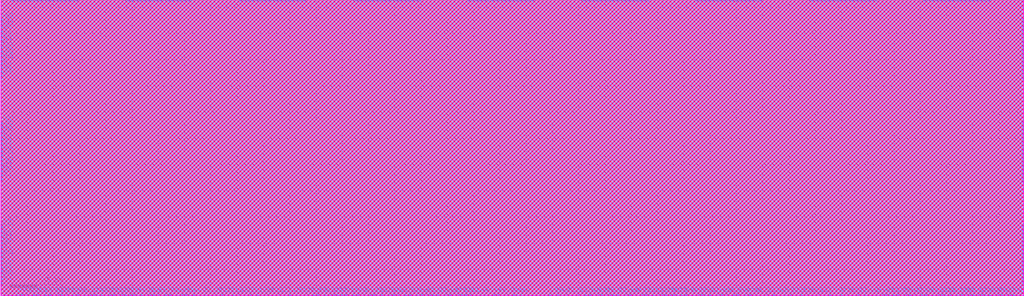
<source format=lef>
# 
#              Synchronous High Speed Single Port SRAM Compiler 
# 
#                    UMC 0.18um GenericII Logic Process
#    __________________________________________________________________________
# 
# 
#      (C) Copyright 2002-2009 Faraday Technology Corp. All Rights Reserved.
#    
#    This source code is an unpublished work belongs to Faraday Technology
#    Corp.  It is considered a trade secret and is not to be divulged or
#    used by parties who have not received written authorization from
#    Faraday Technology Corp.
#    
#    Faraday's home page can be found at:
#    http://www.faraday-tech.com/
#   
#       Module Name      : SUMA180_288X48X1BM1
#       Words            : 288
#       Bits             : 48
#       Byte-Write       : 1
#       Aspect Ratio     : 1
#       Output Loading   : 0.05  (pf)
#       Data Slew        : 0.02  (ns)
#       CK Slew          : 0.02  (ns)
#       Power Ring Width : 2  (um)
# 
# -----------------------------------------------------------------------------
# 
#       Library          : FSA0M_A
#       Memaker          : 200901.2.1
#       Date             : 2024/11/01 22:42:24
# 
# -----------------------------------------------------------------------------


NAMESCASESENSITIVE ON ;
MACRO SUMA180_288X48X1BM1
CLASS BLOCK ;
FOREIGN SUMA180_288X48X1BM1 0.000 0.000 ;
ORIGIN 0.000 0.000 ;
SIZE 778.720 BY 225.680 ;
SYMMETRY x y r90 ;
SITE core_5040 ;
PIN GND
  DIRECTION INOUT ;
  USE GROUND ;
  SHAPE ABUTMENT ;
 PORT
  LAYER metal4 ;
  RECT 777.600 208.100 778.720 211.340 ;
  LAYER metal3 ;
  RECT 777.600 208.100 778.720 211.340 ;
  LAYER metal2 ;
  RECT 777.600 208.100 778.720 211.340 ;
  LAYER metal1 ;
  RECT 777.600 208.100 778.720 211.340 ;
 END
 PORT
  LAYER metal4 ;
  RECT 777.600 200.260 778.720 203.500 ;
  LAYER metal3 ;
  RECT 777.600 200.260 778.720 203.500 ;
  LAYER metal2 ;
  RECT 777.600 200.260 778.720 203.500 ;
  LAYER metal1 ;
  RECT 777.600 200.260 778.720 203.500 ;
 END
 PORT
  LAYER metal4 ;
  RECT 777.600 192.420 778.720 195.660 ;
  LAYER metal3 ;
  RECT 777.600 192.420 778.720 195.660 ;
  LAYER metal2 ;
  RECT 777.600 192.420 778.720 195.660 ;
  LAYER metal1 ;
  RECT 777.600 192.420 778.720 195.660 ;
 END
 PORT
  LAYER metal4 ;
  RECT 777.600 184.580 778.720 187.820 ;
  LAYER metal3 ;
  RECT 777.600 184.580 778.720 187.820 ;
  LAYER metal2 ;
  RECT 777.600 184.580 778.720 187.820 ;
  LAYER metal1 ;
  RECT 777.600 184.580 778.720 187.820 ;
 END
 PORT
  LAYER metal4 ;
  RECT 777.600 176.740 778.720 179.980 ;
  LAYER metal3 ;
  RECT 777.600 176.740 778.720 179.980 ;
  LAYER metal2 ;
  RECT 777.600 176.740 778.720 179.980 ;
  LAYER metal1 ;
  RECT 777.600 176.740 778.720 179.980 ;
 END
 PORT
  LAYER metal4 ;
  RECT 777.600 168.900 778.720 172.140 ;
  LAYER metal3 ;
  RECT 777.600 168.900 778.720 172.140 ;
  LAYER metal2 ;
  RECT 777.600 168.900 778.720 172.140 ;
  LAYER metal1 ;
  RECT 777.600 168.900 778.720 172.140 ;
 END
 PORT
  LAYER metal4 ;
  RECT 777.600 129.700 778.720 132.940 ;
  LAYER metal3 ;
  RECT 777.600 129.700 778.720 132.940 ;
  LAYER metal2 ;
  RECT 777.600 129.700 778.720 132.940 ;
  LAYER metal1 ;
  RECT 777.600 129.700 778.720 132.940 ;
 END
 PORT
  LAYER metal4 ;
  RECT 777.600 121.860 778.720 125.100 ;
  LAYER metal3 ;
  RECT 777.600 121.860 778.720 125.100 ;
  LAYER metal2 ;
  RECT 777.600 121.860 778.720 125.100 ;
  LAYER metal1 ;
  RECT 777.600 121.860 778.720 125.100 ;
 END
 PORT
  LAYER metal4 ;
  RECT 777.600 114.020 778.720 117.260 ;
  LAYER metal3 ;
  RECT 777.600 114.020 778.720 117.260 ;
  LAYER metal2 ;
  RECT 777.600 114.020 778.720 117.260 ;
  LAYER metal1 ;
  RECT 777.600 114.020 778.720 117.260 ;
 END
 PORT
  LAYER metal4 ;
  RECT 777.600 106.180 778.720 109.420 ;
  LAYER metal3 ;
  RECT 777.600 106.180 778.720 109.420 ;
  LAYER metal2 ;
  RECT 777.600 106.180 778.720 109.420 ;
  LAYER metal1 ;
  RECT 777.600 106.180 778.720 109.420 ;
 END
 PORT
  LAYER metal4 ;
  RECT 777.600 98.340 778.720 101.580 ;
  LAYER metal3 ;
  RECT 777.600 98.340 778.720 101.580 ;
  LAYER metal2 ;
  RECT 777.600 98.340 778.720 101.580 ;
  LAYER metal1 ;
  RECT 777.600 98.340 778.720 101.580 ;
 END
 PORT
  LAYER metal4 ;
  RECT 777.600 90.500 778.720 93.740 ;
  LAYER metal3 ;
  RECT 777.600 90.500 778.720 93.740 ;
  LAYER metal2 ;
  RECT 777.600 90.500 778.720 93.740 ;
  LAYER metal1 ;
  RECT 777.600 90.500 778.720 93.740 ;
 END
 PORT
  LAYER metal4 ;
  RECT 777.600 51.300 778.720 54.540 ;
  LAYER metal3 ;
  RECT 777.600 51.300 778.720 54.540 ;
  LAYER metal2 ;
  RECT 777.600 51.300 778.720 54.540 ;
  LAYER metal1 ;
  RECT 777.600 51.300 778.720 54.540 ;
 END
 PORT
  LAYER metal4 ;
  RECT 777.600 43.460 778.720 46.700 ;
  LAYER metal3 ;
  RECT 777.600 43.460 778.720 46.700 ;
  LAYER metal2 ;
  RECT 777.600 43.460 778.720 46.700 ;
  LAYER metal1 ;
  RECT 777.600 43.460 778.720 46.700 ;
 END
 PORT
  LAYER metal4 ;
  RECT 777.600 35.620 778.720 38.860 ;
  LAYER metal3 ;
  RECT 777.600 35.620 778.720 38.860 ;
  LAYER metal2 ;
  RECT 777.600 35.620 778.720 38.860 ;
  LAYER metal1 ;
  RECT 777.600 35.620 778.720 38.860 ;
 END
 PORT
  LAYER metal4 ;
  RECT 777.600 27.780 778.720 31.020 ;
  LAYER metal3 ;
  RECT 777.600 27.780 778.720 31.020 ;
  LAYER metal2 ;
  RECT 777.600 27.780 778.720 31.020 ;
  LAYER metal1 ;
  RECT 777.600 27.780 778.720 31.020 ;
 END
 PORT
  LAYER metal4 ;
  RECT 777.600 19.940 778.720 23.180 ;
  LAYER metal3 ;
  RECT 777.600 19.940 778.720 23.180 ;
  LAYER metal2 ;
  RECT 777.600 19.940 778.720 23.180 ;
  LAYER metal1 ;
  RECT 777.600 19.940 778.720 23.180 ;
 END
 PORT
  LAYER metal4 ;
  RECT 777.600 12.100 778.720 15.340 ;
  LAYER metal3 ;
  RECT 777.600 12.100 778.720 15.340 ;
  LAYER metal2 ;
  RECT 777.600 12.100 778.720 15.340 ;
  LAYER metal1 ;
  RECT 777.600 12.100 778.720 15.340 ;
 END
 PORT
  LAYER metal4 ;
  RECT 0.000 208.100 1.120 211.340 ;
  LAYER metal3 ;
  RECT 0.000 208.100 1.120 211.340 ;
  LAYER metal2 ;
  RECT 0.000 208.100 1.120 211.340 ;
  LAYER metal1 ;
  RECT 0.000 208.100 1.120 211.340 ;
 END
 PORT
  LAYER metal4 ;
  RECT 0.000 200.260 1.120 203.500 ;
  LAYER metal3 ;
  RECT 0.000 200.260 1.120 203.500 ;
  LAYER metal2 ;
  RECT 0.000 200.260 1.120 203.500 ;
  LAYER metal1 ;
  RECT 0.000 200.260 1.120 203.500 ;
 END
 PORT
  LAYER metal4 ;
  RECT 0.000 192.420 1.120 195.660 ;
  LAYER metal3 ;
  RECT 0.000 192.420 1.120 195.660 ;
  LAYER metal2 ;
  RECT 0.000 192.420 1.120 195.660 ;
  LAYER metal1 ;
  RECT 0.000 192.420 1.120 195.660 ;
 END
 PORT
  LAYER metal4 ;
  RECT 0.000 184.580 1.120 187.820 ;
  LAYER metal3 ;
  RECT 0.000 184.580 1.120 187.820 ;
  LAYER metal2 ;
  RECT 0.000 184.580 1.120 187.820 ;
  LAYER metal1 ;
  RECT 0.000 184.580 1.120 187.820 ;
 END
 PORT
  LAYER metal4 ;
  RECT 0.000 176.740 1.120 179.980 ;
  LAYER metal3 ;
  RECT 0.000 176.740 1.120 179.980 ;
  LAYER metal2 ;
  RECT 0.000 176.740 1.120 179.980 ;
  LAYER metal1 ;
  RECT 0.000 176.740 1.120 179.980 ;
 END
 PORT
  LAYER metal4 ;
  RECT 0.000 168.900 1.120 172.140 ;
  LAYER metal3 ;
  RECT 0.000 168.900 1.120 172.140 ;
  LAYER metal2 ;
  RECT 0.000 168.900 1.120 172.140 ;
  LAYER metal1 ;
  RECT 0.000 168.900 1.120 172.140 ;
 END
 PORT
  LAYER metal4 ;
  RECT 0.000 129.700 1.120 132.940 ;
  LAYER metal3 ;
  RECT 0.000 129.700 1.120 132.940 ;
  LAYER metal2 ;
  RECT 0.000 129.700 1.120 132.940 ;
  LAYER metal1 ;
  RECT 0.000 129.700 1.120 132.940 ;
 END
 PORT
  LAYER metal4 ;
  RECT 0.000 121.860 1.120 125.100 ;
  LAYER metal3 ;
  RECT 0.000 121.860 1.120 125.100 ;
  LAYER metal2 ;
  RECT 0.000 121.860 1.120 125.100 ;
  LAYER metal1 ;
  RECT 0.000 121.860 1.120 125.100 ;
 END
 PORT
  LAYER metal4 ;
  RECT 0.000 114.020 1.120 117.260 ;
  LAYER metal3 ;
  RECT 0.000 114.020 1.120 117.260 ;
  LAYER metal2 ;
  RECT 0.000 114.020 1.120 117.260 ;
  LAYER metal1 ;
  RECT 0.000 114.020 1.120 117.260 ;
 END
 PORT
  LAYER metal4 ;
  RECT 0.000 106.180 1.120 109.420 ;
  LAYER metal3 ;
  RECT 0.000 106.180 1.120 109.420 ;
  LAYER metal2 ;
  RECT 0.000 106.180 1.120 109.420 ;
  LAYER metal1 ;
  RECT 0.000 106.180 1.120 109.420 ;
 END
 PORT
  LAYER metal4 ;
  RECT 0.000 98.340 1.120 101.580 ;
  LAYER metal3 ;
  RECT 0.000 98.340 1.120 101.580 ;
  LAYER metal2 ;
  RECT 0.000 98.340 1.120 101.580 ;
  LAYER metal1 ;
  RECT 0.000 98.340 1.120 101.580 ;
 END
 PORT
  LAYER metal4 ;
  RECT 0.000 90.500 1.120 93.740 ;
  LAYER metal3 ;
  RECT 0.000 90.500 1.120 93.740 ;
  LAYER metal2 ;
  RECT 0.000 90.500 1.120 93.740 ;
  LAYER metal1 ;
  RECT 0.000 90.500 1.120 93.740 ;
 END
 PORT
  LAYER metal4 ;
  RECT 0.000 51.300 1.120 54.540 ;
  LAYER metal3 ;
  RECT 0.000 51.300 1.120 54.540 ;
  LAYER metal2 ;
  RECT 0.000 51.300 1.120 54.540 ;
  LAYER metal1 ;
  RECT 0.000 51.300 1.120 54.540 ;
 END
 PORT
  LAYER metal4 ;
  RECT 0.000 43.460 1.120 46.700 ;
  LAYER metal3 ;
  RECT 0.000 43.460 1.120 46.700 ;
  LAYER metal2 ;
  RECT 0.000 43.460 1.120 46.700 ;
  LAYER metal1 ;
  RECT 0.000 43.460 1.120 46.700 ;
 END
 PORT
  LAYER metal4 ;
  RECT 0.000 35.620 1.120 38.860 ;
  LAYER metal3 ;
  RECT 0.000 35.620 1.120 38.860 ;
  LAYER metal2 ;
  RECT 0.000 35.620 1.120 38.860 ;
  LAYER metal1 ;
  RECT 0.000 35.620 1.120 38.860 ;
 END
 PORT
  LAYER metal4 ;
  RECT 0.000 27.780 1.120 31.020 ;
  LAYER metal3 ;
  RECT 0.000 27.780 1.120 31.020 ;
  LAYER metal2 ;
  RECT 0.000 27.780 1.120 31.020 ;
  LAYER metal1 ;
  RECT 0.000 27.780 1.120 31.020 ;
 END
 PORT
  LAYER metal4 ;
  RECT 0.000 19.940 1.120 23.180 ;
  LAYER metal3 ;
  RECT 0.000 19.940 1.120 23.180 ;
  LAYER metal2 ;
  RECT 0.000 19.940 1.120 23.180 ;
  LAYER metal1 ;
  RECT 0.000 19.940 1.120 23.180 ;
 END
 PORT
  LAYER metal4 ;
  RECT 0.000 12.100 1.120 15.340 ;
  LAYER metal3 ;
  RECT 0.000 12.100 1.120 15.340 ;
  LAYER metal2 ;
  RECT 0.000 12.100 1.120 15.340 ;
  LAYER metal1 ;
  RECT 0.000 12.100 1.120 15.340 ;
 END
 PORT
  LAYER metal4 ;
  RECT 749.980 224.560 753.520 225.680 ;
  LAYER metal3 ;
  RECT 749.980 224.560 753.520 225.680 ;
  LAYER metal2 ;
  RECT 749.980 224.560 753.520 225.680 ;
  LAYER metal1 ;
  RECT 749.980 224.560 753.520 225.680 ;
 END
 PORT
  LAYER metal4 ;
  RECT 741.300 224.560 744.840 225.680 ;
  LAYER metal3 ;
  RECT 741.300 224.560 744.840 225.680 ;
  LAYER metal2 ;
  RECT 741.300 224.560 744.840 225.680 ;
  LAYER metal1 ;
  RECT 741.300 224.560 744.840 225.680 ;
 END
 PORT
  LAYER metal4 ;
  RECT 732.620 224.560 736.160 225.680 ;
  LAYER metal3 ;
  RECT 732.620 224.560 736.160 225.680 ;
  LAYER metal2 ;
  RECT 732.620 224.560 736.160 225.680 ;
  LAYER metal1 ;
  RECT 732.620 224.560 736.160 225.680 ;
 END
 PORT
  LAYER metal4 ;
  RECT 723.940 224.560 727.480 225.680 ;
  LAYER metal3 ;
  RECT 723.940 224.560 727.480 225.680 ;
  LAYER metal2 ;
  RECT 723.940 224.560 727.480 225.680 ;
  LAYER metal1 ;
  RECT 723.940 224.560 727.480 225.680 ;
 END
 PORT
  LAYER metal4 ;
  RECT 715.260 224.560 718.800 225.680 ;
  LAYER metal3 ;
  RECT 715.260 224.560 718.800 225.680 ;
  LAYER metal2 ;
  RECT 715.260 224.560 718.800 225.680 ;
  LAYER metal1 ;
  RECT 715.260 224.560 718.800 225.680 ;
 END
 PORT
  LAYER metal4 ;
  RECT 706.580 224.560 710.120 225.680 ;
  LAYER metal3 ;
  RECT 706.580 224.560 710.120 225.680 ;
  LAYER metal2 ;
  RECT 706.580 224.560 710.120 225.680 ;
  LAYER metal1 ;
  RECT 706.580 224.560 710.120 225.680 ;
 END
 PORT
  LAYER metal4 ;
  RECT 663.180 224.560 666.720 225.680 ;
  LAYER metal3 ;
  RECT 663.180 224.560 666.720 225.680 ;
  LAYER metal2 ;
  RECT 663.180 224.560 666.720 225.680 ;
  LAYER metal1 ;
  RECT 663.180 224.560 666.720 225.680 ;
 END
 PORT
  LAYER metal4 ;
  RECT 654.500 224.560 658.040 225.680 ;
  LAYER metal3 ;
  RECT 654.500 224.560 658.040 225.680 ;
  LAYER metal2 ;
  RECT 654.500 224.560 658.040 225.680 ;
  LAYER metal1 ;
  RECT 654.500 224.560 658.040 225.680 ;
 END
 PORT
  LAYER metal4 ;
  RECT 645.820 224.560 649.360 225.680 ;
  LAYER metal3 ;
  RECT 645.820 224.560 649.360 225.680 ;
  LAYER metal2 ;
  RECT 645.820 224.560 649.360 225.680 ;
  LAYER metal1 ;
  RECT 645.820 224.560 649.360 225.680 ;
 END
 PORT
  LAYER metal4 ;
  RECT 637.140 224.560 640.680 225.680 ;
  LAYER metal3 ;
  RECT 637.140 224.560 640.680 225.680 ;
  LAYER metal2 ;
  RECT 637.140 224.560 640.680 225.680 ;
  LAYER metal1 ;
  RECT 637.140 224.560 640.680 225.680 ;
 END
 PORT
  LAYER metal4 ;
  RECT 628.460 224.560 632.000 225.680 ;
  LAYER metal3 ;
  RECT 628.460 224.560 632.000 225.680 ;
  LAYER metal2 ;
  RECT 628.460 224.560 632.000 225.680 ;
  LAYER metal1 ;
  RECT 628.460 224.560 632.000 225.680 ;
 END
 PORT
  LAYER metal4 ;
  RECT 619.780 224.560 623.320 225.680 ;
  LAYER metal3 ;
  RECT 619.780 224.560 623.320 225.680 ;
  LAYER metal2 ;
  RECT 619.780 224.560 623.320 225.680 ;
  LAYER metal1 ;
  RECT 619.780 224.560 623.320 225.680 ;
 END
 PORT
  LAYER metal4 ;
  RECT 576.380 224.560 579.920 225.680 ;
  LAYER metal3 ;
  RECT 576.380 224.560 579.920 225.680 ;
  LAYER metal2 ;
  RECT 576.380 224.560 579.920 225.680 ;
  LAYER metal1 ;
  RECT 576.380 224.560 579.920 225.680 ;
 END
 PORT
  LAYER metal4 ;
  RECT 567.700 224.560 571.240 225.680 ;
  LAYER metal3 ;
  RECT 567.700 224.560 571.240 225.680 ;
  LAYER metal2 ;
  RECT 567.700 224.560 571.240 225.680 ;
  LAYER metal1 ;
  RECT 567.700 224.560 571.240 225.680 ;
 END
 PORT
  LAYER metal4 ;
  RECT 559.020 224.560 562.560 225.680 ;
  LAYER metal3 ;
  RECT 559.020 224.560 562.560 225.680 ;
  LAYER metal2 ;
  RECT 559.020 224.560 562.560 225.680 ;
  LAYER metal1 ;
  RECT 559.020 224.560 562.560 225.680 ;
 END
 PORT
  LAYER metal4 ;
  RECT 550.340 224.560 553.880 225.680 ;
  LAYER metal3 ;
  RECT 550.340 224.560 553.880 225.680 ;
  LAYER metal2 ;
  RECT 550.340 224.560 553.880 225.680 ;
  LAYER metal1 ;
  RECT 550.340 224.560 553.880 225.680 ;
 END
 PORT
  LAYER metal4 ;
  RECT 541.660 224.560 545.200 225.680 ;
  LAYER metal3 ;
  RECT 541.660 224.560 545.200 225.680 ;
  LAYER metal2 ;
  RECT 541.660 224.560 545.200 225.680 ;
  LAYER metal1 ;
  RECT 541.660 224.560 545.200 225.680 ;
 END
 PORT
  LAYER metal4 ;
  RECT 532.980 224.560 536.520 225.680 ;
  LAYER metal3 ;
  RECT 532.980 224.560 536.520 225.680 ;
  LAYER metal2 ;
  RECT 532.980 224.560 536.520 225.680 ;
  LAYER metal1 ;
  RECT 532.980 224.560 536.520 225.680 ;
 END
 PORT
  LAYER metal4 ;
  RECT 489.580 224.560 493.120 225.680 ;
  LAYER metal3 ;
  RECT 489.580 224.560 493.120 225.680 ;
  LAYER metal2 ;
  RECT 489.580 224.560 493.120 225.680 ;
  LAYER metal1 ;
  RECT 489.580 224.560 493.120 225.680 ;
 END
 PORT
  LAYER metal4 ;
  RECT 480.900 224.560 484.440 225.680 ;
  LAYER metal3 ;
  RECT 480.900 224.560 484.440 225.680 ;
  LAYER metal2 ;
  RECT 480.900 224.560 484.440 225.680 ;
  LAYER metal1 ;
  RECT 480.900 224.560 484.440 225.680 ;
 END
 PORT
  LAYER metal4 ;
  RECT 472.220 224.560 475.760 225.680 ;
  LAYER metal3 ;
  RECT 472.220 224.560 475.760 225.680 ;
  LAYER metal2 ;
  RECT 472.220 224.560 475.760 225.680 ;
  LAYER metal1 ;
  RECT 472.220 224.560 475.760 225.680 ;
 END
 PORT
  LAYER metal4 ;
  RECT 463.540 224.560 467.080 225.680 ;
  LAYER metal3 ;
  RECT 463.540 224.560 467.080 225.680 ;
  LAYER metal2 ;
  RECT 463.540 224.560 467.080 225.680 ;
  LAYER metal1 ;
  RECT 463.540 224.560 467.080 225.680 ;
 END
 PORT
  LAYER metal4 ;
  RECT 454.860 224.560 458.400 225.680 ;
  LAYER metal3 ;
  RECT 454.860 224.560 458.400 225.680 ;
  LAYER metal2 ;
  RECT 454.860 224.560 458.400 225.680 ;
  LAYER metal1 ;
  RECT 454.860 224.560 458.400 225.680 ;
 END
 PORT
  LAYER metal4 ;
  RECT 446.180 224.560 449.720 225.680 ;
  LAYER metal3 ;
  RECT 446.180 224.560 449.720 225.680 ;
  LAYER metal2 ;
  RECT 446.180 224.560 449.720 225.680 ;
  LAYER metal1 ;
  RECT 446.180 224.560 449.720 225.680 ;
 END
 PORT
  LAYER metal4 ;
  RECT 402.780 224.560 406.320 225.680 ;
  LAYER metal3 ;
  RECT 402.780 224.560 406.320 225.680 ;
  LAYER metal2 ;
  RECT 402.780 224.560 406.320 225.680 ;
  LAYER metal1 ;
  RECT 402.780 224.560 406.320 225.680 ;
 END
 PORT
  LAYER metal4 ;
  RECT 394.100 224.560 397.640 225.680 ;
  LAYER metal3 ;
  RECT 394.100 224.560 397.640 225.680 ;
  LAYER metal2 ;
  RECT 394.100 224.560 397.640 225.680 ;
  LAYER metal1 ;
  RECT 394.100 224.560 397.640 225.680 ;
 END
 PORT
  LAYER metal4 ;
  RECT 385.420 224.560 388.960 225.680 ;
  LAYER metal3 ;
  RECT 385.420 224.560 388.960 225.680 ;
  LAYER metal2 ;
  RECT 385.420 224.560 388.960 225.680 ;
  LAYER metal1 ;
  RECT 385.420 224.560 388.960 225.680 ;
 END
 PORT
  LAYER metal4 ;
  RECT 376.740 224.560 380.280 225.680 ;
  LAYER metal3 ;
  RECT 376.740 224.560 380.280 225.680 ;
  LAYER metal2 ;
  RECT 376.740 224.560 380.280 225.680 ;
  LAYER metal1 ;
  RECT 376.740 224.560 380.280 225.680 ;
 END
 PORT
  LAYER metal4 ;
  RECT 368.060 224.560 371.600 225.680 ;
  LAYER metal3 ;
  RECT 368.060 224.560 371.600 225.680 ;
  LAYER metal2 ;
  RECT 368.060 224.560 371.600 225.680 ;
  LAYER metal1 ;
  RECT 368.060 224.560 371.600 225.680 ;
 END
 PORT
  LAYER metal4 ;
  RECT 359.380 224.560 362.920 225.680 ;
  LAYER metal3 ;
  RECT 359.380 224.560 362.920 225.680 ;
  LAYER metal2 ;
  RECT 359.380 224.560 362.920 225.680 ;
  LAYER metal1 ;
  RECT 359.380 224.560 362.920 225.680 ;
 END
 PORT
  LAYER metal4 ;
  RECT 315.980 224.560 319.520 225.680 ;
  LAYER metal3 ;
  RECT 315.980 224.560 319.520 225.680 ;
  LAYER metal2 ;
  RECT 315.980 224.560 319.520 225.680 ;
  LAYER metal1 ;
  RECT 315.980 224.560 319.520 225.680 ;
 END
 PORT
  LAYER metal4 ;
  RECT 307.300 224.560 310.840 225.680 ;
  LAYER metal3 ;
  RECT 307.300 224.560 310.840 225.680 ;
  LAYER metal2 ;
  RECT 307.300 224.560 310.840 225.680 ;
  LAYER metal1 ;
  RECT 307.300 224.560 310.840 225.680 ;
 END
 PORT
  LAYER metal4 ;
  RECT 298.620 224.560 302.160 225.680 ;
  LAYER metal3 ;
  RECT 298.620 224.560 302.160 225.680 ;
  LAYER metal2 ;
  RECT 298.620 224.560 302.160 225.680 ;
  LAYER metal1 ;
  RECT 298.620 224.560 302.160 225.680 ;
 END
 PORT
  LAYER metal4 ;
  RECT 289.940 224.560 293.480 225.680 ;
  LAYER metal3 ;
  RECT 289.940 224.560 293.480 225.680 ;
  LAYER metal2 ;
  RECT 289.940 224.560 293.480 225.680 ;
  LAYER metal1 ;
  RECT 289.940 224.560 293.480 225.680 ;
 END
 PORT
  LAYER metal4 ;
  RECT 281.260 224.560 284.800 225.680 ;
  LAYER metal3 ;
  RECT 281.260 224.560 284.800 225.680 ;
  LAYER metal2 ;
  RECT 281.260 224.560 284.800 225.680 ;
  LAYER metal1 ;
  RECT 281.260 224.560 284.800 225.680 ;
 END
 PORT
  LAYER metal4 ;
  RECT 272.580 224.560 276.120 225.680 ;
  LAYER metal3 ;
  RECT 272.580 224.560 276.120 225.680 ;
  LAYER metal2 ;
  RECT 272.580 224.560 276.120 225.680 ;
  LAYER metal1 ;
  RECT 272.580 224.560 276.120 225.680 ;
 END
 PORT
  LAYER metal4 ;
  RECT 229.180 224.560 232.720 225.680 ;
  LAYER metal3 ;
  RECT 229.180 224.560 232.720 225.680 ;
  LAYER metal2 ;
  RECT 229.180 224.560 232.720 225.680 ;
  LAYER metal1 ;
  RECT 229.180 224.560 232.720 225.680 ;
 END
 PORT
  LAYER metal4 ;
  RECT 220.500 224.560 224.040 225.680 ;
  LAYER metal3 ;
  RECT 220.500 224.560 224.040 225.680 ;
  LAYER metal2 ;
  RECT 220.500 224.560 224.040 225.680 ;
  LAYER metal1 ;
  RECT 220.500 224.560 224.040 225.680 ;
 END
 PORT
  LAYER metal4 ;
  RECT 211.820 224.560 215.360 225.680 ;
  LAYER metal3 ;
  RECT 211.820 224.560 215.360 225.680 ;
  LAYER metal2 ;
  RECT 211.820 224.560 215.360 225.680 ;
  LAYER metal1 ;
  RECT 211.820 224.560 215.360 225.680 ;
 END
 PORT
  LAYER metal4 ;
  RECT 203.140 224.560 206.680 225.680 ;
  LAYER metal3 ;
  RECT 203.140 224.560 206.680 225.680 ;
  LAYER metal2 ;
  RECT 203.140 224.560 206.680 225.680 ;
  LAYER metal1 ;
  RECT 203.140 224.560 206.680 225.680 ;
 END
 PORT
  LAYER metal4 ;
  RECT 194.460 224.560 198.000 225.680 ;
  LAYER metal3 ;
  RECT 194.460 224.560 198.000 225.680 ;
  LAYER metal2 ;
  RECT 194.460 224.560 198.000 225.680 ;
  LAYER metal1 ;
  RECT 194.460 224.560 198.000 225.680 ;
 END
 PORT
  LAYER metal4 ;
  RECT 185.780 224.560 189.320 225.680 ;
  LAYER metal3 ;
  RECT 185.780 224.560 189.320 225.680 ;
  LAYER metal2 ;
  RECT 185.780 224.560 189.320 225.680 ;
  LAYER metal1 ;
  RECT 185.780 224.560 189.320 225.680 ;
 END
 PORT
  LAYER metal4 ;
  RECT 142.380 224.560 145.920 225.680 ;
  LAYER metal3 ;
  RECT 142.380 224.560 145.920 225.680 ;
  LAYER metal2 ;
  RECT 142.380 224.560 145.920 225.680 ;
  LAYER metal1 ;
  RECT 142.380 224.560 145.920 225.680 ;
 END
 PORT
  LAYER metal4 ;
  RECT 133.700 224.560 137.240 225.680 ;
  LAYER metal3 ;
  RECT 133.700 224.560 137.240 225.680 ;
  LAYER metal2 ;
  RECT 133.700 224.560 137.240 225.680 ;
  LAYER metal1 ;
  RECT 133.700 224.560 137.240 225.680 ;
 END
 PORT
  LAYER metal4 ;
  RECT 125.020 224.560 128.560 225.680 ;
  LAYER metal3 ;
  RECT 125.020 224.560 128.560 225.680 ;
  LAYER metal2 ;
  RECT 125.020 224.560 128.560 225.680 ;
  LAYER metal1 ;
  RECT 125.020 224.560 128.560 225.680 ;
 END
 PORT
  LAYER metal4 ;
  RECT 116.340 224.560 119.880 225.680 ;
  LAYER metal3 ;
  RECT 116.340 224.560 119.880 225.680 ;
  LAYER metal2 ;
  RECT 116.340 224.560 119.880 225.680 ;
  LAYER metal1 ;
  RECT 116.340 224.560 119.880 225.680 ;
 END
 PORT
  LAYER metal4 ;
  RECT 107.660 224.560 111.200 225.680 ;
  LAYER metal3 ;
  RECT 107.660 224.560 111.200 225.680 ;
  LAYER metal2 ;
  RECT 107.660 224.560 111.200 225.680 ;
  LAYER metal1 ;
  RECT 107.660 224.560 111.200 225.680 ;
 END
 PORT
  LAYER metal4 ;
  RECT 98.980 224.560 102.520 225.680 ;
  LAYER metal3 ;
  RECT 98.980 224.560 102.520 225.680 ;
  LAYER metal2 ;
  RECT 98.980 224.560 102.520 225.680 ;
  LAYER metal1 ;
  RECT 98.980 224.560 102.520 225.680 ;
 END
 PORT
  LAYER metal4 ;
  RECT 55.580 224.560 59.120 225.680 ;
  LAYER metal3 ;
  RECT 55.580 224.560 59.120 225.680 ;
  LAYER metal2 ;
  RECT 55.580 224.560 59.120 225.680 ;
  LAYER metal1 ;
  RECT 55.580 224.560 59.120 225.680 ;
 END
 PORT
  LAYER metal4 ;
  RECT 46.900 224.560 50.440 225.680 ;
  LAYER metal3 ;
  RECT 46.900 224.560 50.440 225.680 ;
  LAYER metal2 ;
  RECT 46.900 224.560 50.440 225.680 ;
  LAYER metal1 ;
  RECT 46.900 224.560 50.440 225.680 ;
 END
 PORT
  LAYER metal4 ;
  RECT 38.220 224.560 41.760 225.680 ;
  LAYER metal3 ;
  RECT 38.220 224.560 41.760 225.680 ;
  LAYER metal2 ;
  RECT 38.220 224.560 41.760 225.680 ;
  LAYER metal1 ;
  RECT 38.220 224.560 41.760 225.680 ;
 END
 PORT
  LAYER metal4 ;
  RECT 29.540 224.560 33.080 225.680 ;
  LAYER metal3 ;
  RECT 29.540 224.560 33.080 225.680 ;
  LAYER metal2 ;
  RECT 29.540 224.560 33.080 225.680 ;
  LAYER metal1 ;
  RECT 29.540 224.560 33.080 225.680 ;
 END
 PORT
  LAYER metal4 ;
  RECT 20.860 224.560 24.400 225.680 ;
  LAYER metal3 ;
  RECT 20.860 224.560 24.400 225.680 ;
  LAYER metal2 ;
  RECT 20.860 224.560 24.400 225.680 ;
  LAYER metal1 ;
  RECT 20.860 224.560 24.400 225.680 ;
 END
 PORT
  LAYER metal4 ;
  RECT 12.180 224.560 15.720 225.680 ;
  LAYER metal3 ;
  RECT 12.180 224.560 15.720 225.680 ;
  LAYER metal2 ;
  RECT 12.180 224.560 15.720 225.680 ;
  LAYER metal1 ;
  RECT 12.180 224.560 15.720 225.680 ;
 END
 PORT
  LAYER metal4 ;
  RECT 767.960 0.000 771.500 1.120 ;
  LAYER metal3 ;
  RECT 767.960 0.000 771.500 1.120 ;
  LAYER metal2 ;
  RECT 767.960 0.000 771.500 1.120 ;
  LAYER metal1 ;
  RECT 767.960 0.000 771.500 1.120 ;
 END
 PORT
  LAYER metal4 ;
  RECT 746.260 0.000 749.800 1.120 ;
  LAYER metal3 ;
  RECT 746.260 0.000 749.800 1.120 ;
  LAYER metal2 ;
  RECT 746.260 0.000 749.800 1.120 ;
  LAYER metal1 ;
  RECT 746.260 0.000 749.800 1.120 ;
 END
 PORT
  LAYER metal4 ;
  RECT 729.520 0.000 733.060 1.120 ;
  LAYER metal3 ;
  RECT 729.520 0.000 733.060 1.120 ;
  LAYER metal2 ;
  RECT 729.520 0.000 733.060 1.120 ;
  LAYER metal1 ;
  RECT 729.520 0.000 733.060 1.120 ;
 END
 PORT
  LAYER metal4 ;
  RECT 702.860 0.000 706.400 1.120 ;
  LAYER metal3 ;
  RECT 702.860 0.000 706.400 1.120 ;
  LAYER metal2 ;
  RECT 702.860 0.000 706.400 1.120 ;
  LAYER metal1 ;
  RECT 702.860 0.000 706.400 1.120 ;
 END
 PORT
  LAYER metal4 ;
  RECT 681.160 0.000 684.700 1.120 ;
  LAYER metal3 ;
  RECT 681.160 0.000 684.700 1.120 ;
  LAYER metal2 ;
  RECT 681.160 0.000 684.700 1.120 ;
  LAYER metal1 ;
  RECT 681.160 0.000 684.700 1.120 ;
 END
 PORT
  LAYER metal4 ;
  RECT 568.320 0.000 571.860 1.120 ;
  LAYER metal3 ;
  RECT 568.320 0.000 571.860 1.120 ;
  LAYER metal2 ;
  RECT 568.320 0.000 571.860 1.120 ;
  LAYER metal1 ;
  RECT 568.320 0.000 571.860 1.120 ;
 END
 PORT
  LAYER metal4 ;
  RECT 546.620 0.000 550.160 1.120 ;
  LAYER metal3 ;
  RECT 546.620 0.000 550.160 1.120 ;
  LAYER metal2 ;
  RECT 546.620 0.000 550.160 1.120 ;
  LAYER metal1 ;
  RECT 546.620 0.000 550.160 1.120 ;
 END
 PORT
  LAYER metal4 ;
  RECT 519.960 0.000 523.500 1.120 ;
  LAYER metal3 ;
  RECT 519.960 0.000 523.500 1.120 ;
  LAYER metal2 ;
  RECT 519.960 0.000 523.500 1.120 ;
  LAYER metal1 ;
  RECT 519.960 0.000 523.500 1.120 ;
 END
 PORT
  LAYER metal4 ;
  RECT 503.220 0.000 506.760 1.120 ;
  LAYER metal3 ;
  RECT 503.220 0.000 506.760 1.120 ;
  LAYER metal2 ;
  RECT 503.220 0.000 506.760 1.120 ;
  LAYER metal1 ;
  RECT 503.220 0.000 506.760 1.120 ;
 END
 PORT
  LAYER metal4 ;
  RECT 476.560 0.000 480.100 1.120 ;
  LAYER metal3 ;
  RECT 476.560 0.000 480.100 1.120 ;
  LAYER metal2 ;
  RECT 476.560 0.000 480.100 1.120 ;
  LAYER metal1 ;
  RECT 476.560 0.000 480.100 1.120 ;
 END
 PORT
  LAYER metal4 ;
  RECT 454.860 0.000 458.400 1.120 ;
  LAYER metal3 ;
  RECT 454.860 0.000 458.400 1.120 ;
  LAYER metal2 ;
  RECT 454.860 0.000 458.400 1.120 ;
  LAYER metal1 ;
  RECT 454.860 0.000 458.400 1.120 ;
 END
 PORT
  LAYER metal4 ;
  RECT 352.560 0.000 356.100 1.120 ;
  LAYER metal3 ;
  RECT 352.560 0.000 356.100 1.120 ;
  LAYER metal2 ;
  RECT 352.560 0.000 356.100 1.120 ;
  LAYER metal1 ;
  RECT 352.560 0.000 356.100 1.120 ;
 END
 PORT
  LAYER metal4 ;
  RECT 339.540 0.000 343.080 1.120 ;
  LAYER metal3 ;
  RECT 339.540 0.000 343.080 1.120 ;
  LAYER metal2 ;
  RECT 339.540 0.000 343.080 1.120 ;
  LAYER metal1 ;
  RECT 339.540 0.000 343.080 1.120 ;
 END
 PORT
  LAYER metal4 ;
  RECT 318.460 0.000 322.000 1.120 ;
  LAYER metal3 ;
  RECT 318.460 0.000 322.000 1.120 ;
  LAYER metal2 ;
  RECT 318.460 0.000 322.000 1.120 ;
  LAYER metal1 ;
  RECT 318.460 0.000 322.000 1.120 ;
 END
 PORT
  LAYER metal4 ;
  RECT 296.760 0.000 300.300 1.120 ;
  LAYER metal3 ;
  RECT 296.760 0.000 300.300 1.120 ;
  LAYER metal2 ;
  RECT 296.760 0.000 300.300 1.120 ;
  LAYER metal1 ;
  RECT 296.760 0.000 300.300 1.120 ;
 END
 PORT
  LAYER metal4 ;
  RECT 270.100 0.000 273.640 1.120 ;
  LAYER metal3 ;
  RECT 270.100 0.000 273.640 1.120 ;
  LAYER metal2 ;
  RECT 270.100 0.000 273.640 1.120 ;
  LAYER metal1 ;
  RECT 270.100 0.000 273.640 1.120 ;
 END
 PORT
  LAYER metal4 ;
  RECT 253.360 0.000 256.900 1.120 ;
  LAYER metal3 ;
  RECT 253.360 0.000 256.900 1.120 ;
  LAYER metal2 ;
  RECT 253.360 0.000 256.900 1.120 ;
  LAYER metal1 ;
  RECT 253.360 0.000 256.900 1.120 ;
 END
 PORT
  LAYER metal4 ;
  RECT 139.900 0.000 143.440 1.120 ;
  LAYER metal3 ;
  RECT 139.900 0.000 143.440 1.120 ;
  LAYER metal2 ;
  RECT 139.900 0.000 143.440 1.120 ;
  LAYER metal1 ;
  RECT 139.900 0.000 143.440 1.120 ;
 END
 PORT
  LAYER metal4 ;
  RECT 113.860 0.000 117.400 1.120 ;
  LAYER metal3 ;
  RECT 113.860 0.000 117.400 1.120 ;
  LAYER metal2 ;
  RECT 113.860 0.000 117.400 1.120 ;
  LAYER metal1 ;
  RECT 113.860 0.000 117.400 1.120 ;
 END
 PORT
  LAYER metal4 ;
  RECT 92.160 0.000 95.700 1.120 ;
  LAYER metal3 ;
  RECT 92.160 0.000 95.700 1.120 ;
  LAYER metal2 ;
  RECT 92.160 0.000 95.700 1.120 ;
  LAYER metal1 ;
  RECT 92.160 0.000 95.700 1.120 ;
 END
 PORT
  LAYER metal4 ;
  RECT 70.460 0.000 74.000 1.120 ;
  LAYER metal3 ;
  RECT 70.460 0.000 74.000 1.120 ;
  LAYER metal2 ;
  RECT 70.460 0.000 74.000 1.120 ;
  LAYER metal1 ;
  RECT 70.460 0.000 74.000 1.120 ;
 END
 PORT
  LAYER metal4 ;
  RECT 43.800 0.000 47.340 1.120 ;
  LAYER metal3 ;
  RECT 43.800 0.000 47.340 1.120 ;
  LAYER metal2 ;
  RECT 43.800 0.000 47.340 1.120 ;
  LAYER metal1 ;
  RECT 43.800 0.000 47.340 1.120 ;
 END
 PORT
  LAYER metal4 ;
  RECT 27.060 0.000 30.600 1.120 ;
  LAYER metal3 ;
  RECT 27.060 0.000 30.600 1.120 ;
  LAYER metal2 ;
  RECT 27.060 0.000 30.600 1.120 ;
  LAYER metal1 ;
  RECT 27.060 0.000 30.600 1.120 ;
 END
END GND
PIN VCC
  DIRECTION INOUT ;
  USE POWER ;
  SHAPE ABUTMENT ;
 PORT
  LAYER metal4 ;
  RECT 777.600 204.180 778.720 207.420 ;
  LAYER metal3 ;
  RECT 777.600 204.180 778.720 207.420 ;
  LAYER metal2 ;
  RECT 777.600 204.180 778.720 207.420 ;
  LAYER metal1 ;
  RECT 777.600 204.180 778.720 207.420 ;
 END
 PORT
  LAYER metal4 ;
  RECT 777.600 196.340 778.720 199.580 ;
  LAYER metal3 ;
  RECT 777.600 196.340 778.720 199.580 ;
  LAYER metal2 ;
  RECT 777.600 196.340 778.720 199.580 ;
  LAYER metal1 ;
  RECT 777.600 196.340 778.720 199.580 ;
 END
 PORT
  LAYER metal4 ;
  RECT 777.600 188.500 778.720 191.740 ;
  LAYER metal3 ;
  RECT 777.600 188.500 778.720 191.740 ;
  LAYER metal2 ;
  RECT 777.600 188.500 778.720 191.740 ;
  LAYER metal1 ;
  RECT 777.600 188.500 778.720 191.740 ;
 END
 PORT
  LAYER metal4 ;
  RECT 777.600 180.660 778.720 183.900 ;
  LAYER metal3 ;
  RECT 777.600 180.660 778.720 183.900 ;
  LAYER metal2 ;
  RECT 777.600 180.660 778.720 183.900 ;
  LAYER metal1 ;
  RECT 777.600 180.660 778.720 183.900 ;
 END
 PORT
  LAYER metal4 ;
  RECT 777.600 172.820 778.720 176.060 ;
  LAYER metal3 ;
  RECT 777.600 172.820 778.720 176.060 ;
  LAYER metal2 ;
  RECT 777.600 172.820 778.720 176.060 ;
  LAYER metal1 ;
  RECT 777.600 172.820 778.720 176.060 ;
 END
 PORT
  LAYER metal4 ;
  RECT 777.600 164.980 778.720 168.220 ;
  LAYER metal3 ;
  RECT 777.600 164.980 778.720 168.220 ;
  LAYER metal2 ;
  RECT 777.600 164.980 778.720 168.220 ;
  LAYER metal1 ;
  RECT 777.600 164.980 778.720 168.220 ;
 END
 PORT
  LAYER metal4 ;
  RECT 777.600 125.780 778.720 129.020 ;
  LAYER metal3 ;
  RECT 777.600 125.780 778.720 129.020 ;
  LAYER metal2 ;
  RECT 777.600 125.780 778.720 129.020 ;
  LAYER metal1 ;
  RECT 777.600 125.780 778.720 129.020 ;
 END
 PORT
  LAYER metal4 ;
  RECT 777.600 117.940 778.720 121.180 ;
  LAYER metal3 ;
  RECT 777.600 117.940 778.720 121.180 ;
  LAYER metal2 ;
  RECT 777.600 117.940 778.720 121.180 ;
  LAYER metal1 ;
  RECT 777.600 117.940 778.720 121.180 ;
 END
 PORT
  LAYER metal4 ;
  RECT 777.600 110.100 778.720 113.340 ;
  LAYER metal3 ;
  RECT 777.600 110.100 778.720 113.340 ;
  LAYER metal2 ;
  RECT 777.600 110.100 778.720 113.340 ;
  LAYER metal1 ;
  RECT 777.600 110.100 778.720 113.340 ;
 END
 PORT
  LAYER metal4 ;
  RECT 777.600 102.260 778.720 105.500 ;
  LAYER metal3 ;
  RECT 777.600 102.260 778.720 105.500 ;
  LAYER metal2 ;
  RECT 777.600 102.260 778.720 105.500 ;
  LAYER metal1 ;
  RECT 777.600 102.260 778.720 105.500 ;
 END
 PORT
  LAYER metal4 ;
  RECT 777.600 94.420 778.720 97.660 ;
  LAYER metal3 ;
  RECT 777.600 94.420 778.720 97.660 ;
  LAYER metal2 ;
  RECT 777.600 94.420 778.720 97.660 ;
  LAYER metal1 ;
  RECT 777.600 94.420 778.720 97.660 ;
 END
 PORT
  LAYER metal4 ;
  RECT 777.600 86.580 778.720 89.820 ;
  LAYER metal3 ;
  RECT 777.600 86.580 778.720 89.820 ;
  LAYER metal2 ;
  RECT 777.600 86.580 778.720 89.820 ;
  LAYER metal1 ;
  RECT 777.600 86.580 778.720 89.820 ;
 END
 PORT
  LAYER metal4 ;
  RECT 777.600 47.380 778.720 50.620 ;
  LAYER metal3 ;
  RECT 777.600 47.380 778.720 50.620 ;
  LAYER metal2 ;
  RECT 777.600 47.380 778.720 50.620 ;
  LAYER metal1 ;
  RECT 777.600 47.380 778.720 50.620 ;
 END
 PORT
  LAYER metal4 ;
  RECT 777.600 39.540 778.720 42.780 ;
  LAYER metal3 ;
  RECT 777.600 39.540 778.720 42.780 ;
  LAYER metal2 ;
  RECT 777.600 39.540 778.720 42.780 ;
  LAYER metal1 ;
  RECT 777.600 39.540 778.720 42.780 ;
 END
 PORT
  LAYER metal4 ;
  RECT 777.600 31.700 778.720 34.940 ;
  LAYER metal3 ;
  RECT 777.600 31.700 778.720 34.940 ;
  LAYER metal2 ;
  RECT 777.600 31.700 778.720 34.940 ;
  LAYER metal1 ;
  RECT 777.600 31.700 778.720 34.940 ;
 END
 PORT
  LAYER metal4 ;
  RECT 777.600 23.860 778.720 27.100 ;
  LAYER metal3 ;
  RECT 777.600 23.860 778.720 27.100 ;
  LAYER metal2 ;
  RECT 777.600 23.860 778.720 27.100 ;
  LAYER metal1 ;
  RECT 777.600 23.860 778.720 27.100 ;
 END
 PORT
  LAYER metal4 ;
  RECT 777.600 16.020 778.720 19.260 ;
  LAYER metal3 ;
  RECT 777.600 16.020 778.720 19.260 ;
  LAYER metal2 ;
  RECT 777.600 16.020 778.720 19.260 ;
  LAYER metal1 ;
  RECT 777.600 16.020 778.720 19.260 ;
 END
 PORT
  LAYER metal4 ;
  RECT 777.600 8.180 778.720 11.420 ;
  LAYER metal3 ;
  RECT 777.600 8.180 778.720 11.420 ;
  LAYER metal2 ;
  RECT 777.600 8.180 778.720 11.420 ;
  LAYER metal1 ;
  RECT 777.600 8.180 778.720 11.420 ;
 END
 PORT
  LAYER metal4 ;
  RECT 0.000 204.180 1.120 207.420 ;
  LAYER metal3 ;
  RECT 0.000 204.180 1.120 207.420 ;
  LAYER metal2 ;
  RECT 0.000 204.180 1.120 207.420 ;
  LAYER metal1 ;
  RECT 0.000 204.180 1.120 207.420 ;
 END
 PORT
  LAYER metal4 ;
  RECT 0.000 196.340 1.120 199.580 ;
  LAYER metal3 ;
  RECT 0.000 196.340 1.120 199.580 ;
  LAYER metal2 ;
  RECT 0.000 196.340 1.120 199.580 ;
  LAYER metal1 ;
  RECT 0.000 196.340 1.120 199.580 ;
 END
 PORT
  LAYER metal4 ;
  RECT 0.000 188.500 1.120 191.740 ;
  LAYER metal3 ;
  RECT 0.000 188.500 1.120 191.740 ;
  LAYER metal2 ;
  RECT 0.000 188.500 1.120 191.740 ;
  LAYER metal1 ;
  RECT 0.000 188.500 1.120 191.740 ;
 END
 PORT
  LAYER metal4 ;
  RECT 0.000 180.660 1.120 183.900 ;
  LAYER metal3 ;
  RECT 0.000 180.660 1.120 183.900 ;
  LAYER metal2 ;
  RECT 0.000 180.660 1.120 183.900 ;
  LAYER metal1 ;
  RECT 0.000 180.660 1.120 183.900 ;
 END
 PORT
  LAYER metal4 ;
  RECT 0.000 172.820 1.120 176.060 ;
  LAYER metal3 ;
  RECT 0.000 172.820 1.120 176.060 ;
  LAYER metal2 ;
  RECT 0.000 172.820 1.120 176.060 ;
  LAYER metal1 ;
  RECT 0.000 172.820 1.120 176.060 ;
 END
 PORT
  LAYER metal4 ;
  RECT 0.000 164.980 1.120 168.220 ;
  LAYER metal3 ;
  RECT 0.000 164.980 1.120 168.220 ;
  LAYER metal2 ;
  RECT 0.000 164.980 1.120 168.220 ;
  LAYER metal1 ;
  RECT 0.000 164.980 1.120 168.220 ;
 END
 PORT
  LAYER metal4 ;
  RECT 0.000 125.780 1.120 129.020 ;
  LAYER metal3 ;
  RECT 0.000 125.780 1.120 129.020 ;
  LAYER metal2 ;
  RECT 0.000 125.780 1.120 129.020 ;
  LAYER metal1 ;
  RECT 0.000 125.780 1.120 129.020 ;
 END
 PORT
  LAYER metal4 ;
  RECT 0.000 117.940 1.120 121.180 ;
  LAYER metal3 ;
  RECT 0.000 117.940 1.120 121.180 ;
  LAYER metal2 ;
  RECT 0.000 117.940 1.120 121.180 ;
  LAYER metal1 ;
  RECT 0.000 117.940 1.120 121.180 ;
 END
 PORT
  LAYER metal4 ;
  RECT 0.000 110.100 1.120 113.340 ;
  LAYER metal3 ;
  RECT 0.000 110.100 1.120 113.340 ;
  LAYER metal2 ;
  RECT 0.000 110.100 1.120 113.340 ;
  LAYER metal1 ;
  RECT 0.000 110.100 1.120 113.340 ;
 END
 PORT
  LAYER metal4 ;
  RECT 0.000 102.260 1.120 105.500 ;
  LAYER metal3 ;
  RECT 0.000 102.260 1.120 105.500 ;
  LAYER metal2 ;
  RECT 0.000 102.260 1.120 105.500 ;
  LAYER metal1 ;
  RECT 0.000 102.260 1.120 105.500 ;
 END
 PORT
  LAYER metal4 ;
  RECT 0.000 94.420 1.120 97.660 ;
  LAYER metal3 ;
  RECT 0.000 94.420 1.120 97.660 ;
  LAYER metal2 ;
  RECT 0.000 94.420 1.120 97.660 ;
  LAYER metal1 ;
  RECT 0.000 94.420 1.120 97.660 ;
 END
 PORT
  LAYER metal4 ;
  RECT 0.000 86.580 1.120 89.820 ;
  LAYER metal3 ;
  RECT 0.000 86.580 1.120 89.820 ;
  LAYER metal2 ;
  RECT 0.000 86.580 1.120 89.820 ;
  LAYER metal1 ;
  RECT 0.000 86.580 1.120 89.820 ;
 END
 PORT
  LAYER metal4 ;
  RECT 0.000 47.380 1.120 50.620 ;
  LAYER metal3 ;
  RECT 0.000 47.380 1.120 50.620 ;
  LAYER metal2 ;
  RECT 0.000 47.380 1.120 50.620 ;
  LAYER metal1 ;
  RECT 0.000 47.380 1.120 50.620 ;
 END
 PORT
  LAYER metal4 ;
  RECT 0.000 39.540 1.120 42.780 ;
  LAYER metal3 ;
  RECT 0.000 39.540 1.120 42.780 ;
  LAYER metal2 ;
  RECT 0.000 39.540 1.120 42.780 ;
  LAYER metal1 ;
  RECT 0.000 39.540 1.120 42.780 ;
 END
 PORT
  LAYER metal4 ;
  RECT 0.000 31.700 1.120 34.940 ;
  LAYER metal3 ;
  RECT 0.000 31.700 1.120 34.940 ;
  LAYER metal2 ;
  RECT 0.000 31.700 1.120 34.940 ;
  LAYER metal1 ;
  RECT 0.000 31.700 1.120 34.940 ;
 END
 PORT
  LAYER metal4 ;
  RECT 0.000 23.860 1.120 27.100 ;
  LAYER metal3 ;
  RECT 0.000 23.860 1.120 27.100 ;
  LAYER metal2 ;
  RECT 0.000 23.860 1.120 27.100 ;
  LAYER metal1 ;
  RECT 0.000 23.860 1.120 27.100 ;
 END
 PORT
  LAYER metal4 ;
  RECT 0.000 16.020 1.120 19.260 ;
  LAYER metal3 ;
  RECT 0.000 16.020 1.120 19.260 ;
  LAYER metal2 ;
  RECT 0.000 16.020 1.120 19.260 ;
  LAYER metal1 ;
  RECT 0.000 16.020 1.120 19.260 ;
 END
 PORT
  LAYER metal4 ;
  RECT 0.000 8.180 1.120 11.420 ;
  LAYER metal3 ;
  RECT 0.000 8.180 1.120 11.420 ;
  LAYER metal2 ;
  RECT 0.000 8.180 1.120 11.420 ;
  LAYER metal1 ;
  RECT 0.000 8.180 1.120 11.420 ;
 END
 PORT
  LAYER metal4 ;
  RECT 745.640 224.560 749.180 225.680 ;
  LAYER metal3 ;
  RECT 745.640 224.560 749.180 225.680 ;
  LAYER metal2 ;
  RECT 745.640 224.560 749.180 225.680 ;
  LAYER metal1 ;
  RECT 745.640 224.560 749.180 225.680 ;
 END
 PORT
  LAYER metal4 ;
  RECT 736.960 224.560 740.500 225.680 ;
  LAYER metal3 ;
  RECT 736.960 224.560 740.500 225.680 ;
  LAYER metal2 ;
  RECT 736.960 224.560 740.500 225.680 ;
  LAYER metal1 ;
  RECT 736.960 224.560 740.500 225.680 ;
 END
 PORT
  LAYER metal4 ;
  RECT 728.280 224.560 731.820 225.680 ;
  LAYER metal3 ;
  RECT 728.280 224.560 731.820 225.680 ;
  LAYER metal2 ;
  RECT 728.280 224.560 731.820 225.680 ;
  LAYER metal1 ;
  RECT 728.280 224.560 731.820 225.680 ;
 END
 PORT
  LAYER metal4 ;
  RECT 719.600 224.560 723.140 225.680 ;
  LAYER metal3 ;
  RECT 719.600 224.560 723.140 225.680 ;
  LAYER metal2 ;
  RECT 719.600 224.560 723.140 225.680 ;
  LAYER metal1 ;
  RECT 719.600 224.560 723.140 225.680 ;
 END
 PORT
  LAYER metal4 ;
  RECT 710.920 224.560 714.460 225.680 ;
  LAYER metal3 ;
  RECT 710.920 224.560 714.460 225.680 ;
  LAYER metal2 ;
  RECT 710.920 224.560 714.460 225.680 ;
  LAYER metal1 ;
  RECT 710.920 224.560 714.460 225.680 ;
 END
 PORT
  LAYER metal4 ;
  RECT 702.240 224.560 705.780 225.680 ;
  LAYER metal3 ;
  RECT 702.240 224.560 705.780 225.680 ;
  LAYER metal2 ;
  RECT 702.240 224.560 705.780 225.680 ;
  LAYER metal1 ;
  RECT 702.240 224.560 705.780 225.680 ;
 END
 PORT
  LAYER metal4 ;
  RECT 658.840 224.560 662.380 225.680 ;
  LAYER metal3 ;
  RECT 658.840 224.560 662.380 225.680 ;
  LAYER metal2 ;
  RECT 658.840 224.560 662.380 225.680 ;
  LAYER metal1 ;
  RECT 658.840 224.560 662.380 225.680 ;
 END
 PORT
  LAYER metal4 ;
  RECT 650.160 224.560 653.700 225.680 ;
  LAYER metal3 ;
  RECT 650.160 224.560 653.700 225.680 ;
  LAYER metal2 ;
  RECT 650.160 224.560 653.700 225.680 ;
  LAYER metal1 ;
  RECT 650.160 224.560 653.700 225.680 ;
 END
 PORT
  LAYER metal4 ;
  RECT 641.480 224.560 645.020 225.680 ;
  LAYER metal3 ;
  RECT 641.480 224.560 645.020 225.680 ;
  LAYER metal2 ;
  RECT 641.480 224.560 645.020 225.680 ;
  LAYER metal1 ;
  RECT 641.480 224.560 645.020 225.680 ;
 END
 PORT
  LAYER metal4 ;
  RECT 632.800 224.560 636.340 225.680 ;
  LAYER metal3 ;
  RECT 632.800 224.560 636.340 225.680 ;
  LAYER metal2 ;
  RECT 632.800 224.560 636.340 225.680 ;
  LAYER metal1 ;
  RECT 632.800 224.560 636.340 225.680 ;
 END
 PORT
  LAYER metal4 ;
  RECT 624.120 224.560 627.660 225.680 ;
  LAYER metal3 ;
  RECT 624.120 224.560 627.660 225.680 ;
  LAYER metal2 ;
  RECT 624.120 224.560 627.660 225.680 ;
  LAYER metal1 ;
  RECT 624.120 224.560 627.660 225.680 ;
 END
 PORT
  LAYER metal4 ;
  RECT 615.440 224.560 618.980 225.680 ;
  LAYER metal3 ;
  RECT 615.440 224.560 618.980 225.680 ;
  LAYER metal2 ;
  RECT 615.440 224.560 618.980 225.680 ;
  LAYER metal1 ;
  RECT 615.440 224.560 618.980 225.680 ;
 END
 PORT
  LAYER metal4 ;
  RECT 572.040 224.560 575.580 225.680 ;
  LAYER metal3 ;
  RECT 572.040 224.560 575.580 225.680 ;
  LAYER metal2 ;
  RECT 572.040 224.560 575.580 225.680 ;
  LAYER metal1 ;
  RECT 572.040 224.560 575.580 225.680 ;
 END
 PORT
  LAYER metal4 ;
  RECT 563.360 224.560 566.900 225.680 ;
  LAYER metal3 ;
  RECT 563.360 224.560 566.900 225.680 ;
  LAYER metal2 ;
  RECT 563.360 224.560 566.900 225.680 ;
  LAYER metal1 ;
  RECT 563.360 224.560 566.900 225.680 ;
 END
 PORT
  LAYER metal4 ;
  RECT 554.680 224.560 558.220 225.680 ;
  LAYER metal3 ;
  RECT 554.680 224.560 558.220 225.680 ;
  LAYER metal2 ;
  RECT 554.680 224.560 558.220 225.680 ;
  LAYER metal1 ;
  RECT 554.680 224.560 558.220 225.680 ;
 END
 PORT
  LAYER metal4 ;
  RECT 546.000 224.560 549.540 225.680 ;
  LAYER metal3 ;
  RECT 546.000 224.560 549.540 225.680 ;
  LAYER metal2 ;
  RECT 546.000 224.560 549.540 225.680 ;
  LAYER metal1 ;
  RECT 546.000 224.560 549.540 225.680 ;
 END
 PORT
  LAYER metal4 ;
  RECT 537.320 224.560 540.860 225.680 ;
  LAYER metal3 ;
  RECT 537.320 224.560 540.860 225.680 ;
  LAYER metal2 ;
  RECT 537.320 224.560 540.860 225.680 ;
  LAYER metal1 ;
  RECT 537.320 224.560 540.860 225.680 ;
 END
 PORT
  LAYER metal4 ;
  RECT 528.640 224.560 532.180 225.680 ;
  LAYER metal3 ;
  RECT 528.640 224.560 532.180 225.680 ;
  LAYER metal2 ;
  RECT 528.640 224.560 532.180 225.680 ;
  LAYER metal1 ;
  RECT 528.640 224.560 532.180 225.680 ;
 END
 PORT
  LAYER metal4 ;
  RECT 485.240 224.560 488.780 225.680 ;
  LAYER metal3 ;
  RECT 485.240 224.560 488.780 225.680 ;
  LAYER metal2 ;
  RECT 485.240 224.560 488.780 225.680 ;
  LAYER metal1 ;
  RECT 485.240 224.560 488.780 225.680 ;
 END
 PORT
  LAYER metal4 ;
  RECT 476.560 224.560 480.100 225.680 ;
  LAYER metal3 ;
  RECT 476.560 224.560 480.100 225.680 ;
  LAYER metal2 ;
  RECT 476.560 224.560 480.100 225.680 ;
  LAYER metal1 ;
  RECT 476.560 224.560 480.100 225.680 ;
 END
 PORT
  LAYER metal4 ;
  RECT 467.880 224.560 471.420 225.680 ;
  LAYER metal3 ;
  RECT 467.880 224.560 471.420 225.680 ;
  LAYER metal2 ;
  RECT 467.880 224.560 471.420 225.680 ;
  LAYER metal1 ;
  RECT 467.880 224.560 471.420 225.680 ;
 END
 PORT
  LAYER metal4 ;
  RECT 459.200 224.560 462.740 225.680 ;
  LAYER metal3 ;
  RECT 459.200 224.560 462.740 225.680 ;
  LAYER metal2 ;
  RECT 459.200 224.560 462.740 225.680 ;
  LAYER metal1 ;
  RECT 459.200 224.560 462.740 225.680 ;
 END
 PORT
  LAYER metal4 ;
  RECT 450.520 224.560 454.060 225.680 ;
  LAYER metal3 ;
  RECT 450.520 224.560 454.060 225.680 ;
  LAYER metal2 ;
  RECT 450.520 224.560 454.060 225.680 ;
  LAYER metal1 ;
  RECT 450.520 224.560 454.060 225.680 ;
 END
 PORT
  LAYER metal4 ;
  RECT 441.840 224.560 445.380 225.680 ;
  LAYER metal3 ;
  RECT 441.840 224.560 445.380 225.680 ;
  LAYER metal2 ;
  RECT 441.840 224.560 445.380 225.680 ;
  LAYER metal1 ;
  RECT 441.840 224.560 445.380 225.680 ;
 END
 PORT
  LAYER metal4 ;
  RECT 398.440 224.560 401.980 225.680 ;
  LAYER metal3 ;
  RECT 398.440 224.560 401.980 225.680 ;
  LAYER metal2 ;
  RECT 398.440 224.560 401.980 225.680 ;
  LAYER metal1 ;
  RECT 398.440 224.560 401.980 225.680 ;
 END
 PORT
  LAYER metal4 ;
  RECT 389.760 224.560 393.300 225.680 ;
  LAYER metal3 ;
  RECT 389.760 224.560 393.300 225.680 ;
  LAYER metal2 ;
  RECT 389.760 224.560 393.300 225.680 ;
  LAYER metal1 ;
  RECT 389.760 224.560 393.300 225.680 ;
 END
 PORT
  LAYER metal4 ;
  RECT 381.080 224.560 384.620 225.680 ;
  LAYER metal3 ;
  RECT 381.080 224.560 384.620 225.680 ;
  LAYER metal2 ;
  RECT 381.080 224.560 384.620 225.680 ;
  LAYER metal1 ;
  RECT 381.080 224.560 384.620 225.680 ;
 END
 PORT
  LAYER metal4 ;
  RECT 372.400 224.560 375.940 225.680 ;
  LAYER metal3 ;
  RECT 372.400 224.560 375.940 225.680 ;
  LAYER metal2 ;
  RECT 372.400 224.560 375.940 225.680 ;
  LAYER metal1 ;
  RECT 372.400 224.560 375.940 225.680 ;
 END
 PORT
  LAYER metal4 ;
  RECT 363.720 224.560 367.260 225.680 ;
  LAYER metal3 ;
  RECT 363.720 224.560 367.260 225.680 ;
  LAYER metal2 ;
  RECT 363.720 224.560 367.260 225.680 ;
  LAYER metal1 ;
  RECT 363.720 224.560 367.260 225.680 ;
 END
 PORT
  LAYER metal4 ;
  RECT 355.040 224.560 358.580 225.680 ;
  LAYER metal3 ;
  RECT 355.040 224.560 358.580 225.680 ;
  LAYER metal2 ;
  RECT 355.040 224.560 358.580 225.680 ;
  LAYER metal1 ;
  RECT 355.040 224.560 358.580 225.680 ;
 END
 PORT
  LAYER metal4 ;
  RECT 311.640 224.560 315.180 225.680 ;
  LAYER metal3 ;
  RECT 311.640 224.560 315.180 225.680 ;
  LAYER metal2 ;
  RECT 311.640 224.560 315.180 225.680 ;
  LAYER metal1 ;
  RECT 311.640 224.560 315.180 225.680 ;
 END
 PORT
  LAYER metal4 ;
  RECT 302.960 224.560 306.500 225.680 ;
  LAYER metal3 ;
  RECT 302.960 224.560 306.500 225.680 ;
  LAYER metal2 ;
  RECT 302.960 224.560 306.500 225.680 ;
  LAYER metal1 ;
  RECT 302.960 224.560 306.500 225.680 ;
 END
 PORT
  LAYER metal4 ;
  RECT 294.280 224.560 297.820 225.680 ;
  LAYER metal3 ;
  RECT 294.280 224.560 297.820 225.680 ;
  LAYER metal2 ;
  RECT 294.280 224.560 297.820 225.680 ;
  LAYER metal1 ;
  RECT 294.280 224.560 297.820 225.680 ;
 END
 PORT
  LAYER metal4 ;
  RECT 285.600 224.560 289.140 225.680 ;
  LAYER metal3 ;
  RECT 285.600 224.560 289.140 225.680 ;
  LAYER metal2 ;
  RECT 285.600 224.560 289.140 225.680 ;
  LAYER metal1 ;
  RECT 285.600 224.560 289.140 225.680 ;
 END
 PORT
  LAYER metal4 ;
  RECT 276.920 224.560 280.460 225.680 ;
  LAYER metal3 ;
  RECT 276.920 224.560 280.460 225.680 ;
  LAYER metal2 ;
  RECT 276.920 224.560 280.460 225.680 ;
  LAYER metal1 ;
  RECT 276.920 224.560 280.460 225.680 ;
 END
 PORT
  LAYER metal4 ;
  RECT 268.240 224.560 271.780 225.680 ;
  LAYER metal3 ;
  RECT 268.240 224.560 271.780 225.680 ;
  LAYER metal2 ;
  RECT 268.240 224.560 271.780 225.680 ;
  LAYER metal1 ;
  RECT 268.240 224.560 271.780 225.680 ;
 END
 PORT
  LAYER metal4 ;
  RECT 224.840 224.560 228.380 225.680 ;
  LAYER metal3 ;
  RECT 224.840 224.560 228.380 225.680 ;
  LAYER metal2 ;
  RECT 224.840 224.560 228.380 225.680 ;
  LAYER metal1 ;
  RECT 224.840 224.560 228.380 225.680 ;
 END
 PORT
  LAYER metal4 ;
  RECT 216.160 224.560 219.700 225.680 ;
  LAYER metal3 ;
  RECT 216.160 224.560 219.700 225.680 ;
  LAYER metal2 ;
  RECT 216.160 224.560 219.700 225.680 ;
  LAYER metal1 ;
  RECT 216.160 224.560 219.700 225.680 ;
 END
 PORT
  LAYER metal4 ;
  RECT 207.480 224.560 211.020 225.680 ;
  LAYER metal3 ;
  RECT 207.480 224.560 211.020 225.680 ;
  LAYER metal2 ;
  RECT 207.480 224.560 211.020 225.680 ;
  LAYER metal1 ;
  RECT 207.480 224.560 211.020 225.680 ;
 END
 PORT
  LAYER metal4 ;
  RECT 198.800 224.560 202.340 225.680 ;
  LAYER metal3 ;
  RECT 198.800 224.560 202.340 225.680 ;
  LAYER metal2 ;
  RECT 198.800 224.560 202.340 225.680 ;
  LAYER metal1 ;
  RECT 198.800 224.560 202.340 225.680 ;
 END
 PORT
  LAYER metal4 ;
  RECT 190.120 224.560 193.660 225.680 ;
  LAYER metal3 ;
  RECT 190.120 224.560 193.660 225.680 ;
  LAYER metal2 ;
  RECT 190.120 224.560 193.660 225.680 ;
  LAYER metal1 ;
  RECT 190.120 224.560 193.660 225.680 ;
 END
 PORT
  LAYER metal4 ;
  RECT 181.440 224.560 184.980 225.680 ;
  LAYER metal3 ;
  RECT 181.440 224.560 184.980 225.680 ;
  LAYER metal2 ;
  RECT 181.440 224.560 184.980 225.680 ;
  LAYER metal1 ;
  RECT 181.440 224.560 184.980 225.680 ;
 END
 PORT
  LAYER metal4 ;
  RECT 138.040 224.560 141.580 225.680 ;
  LAYER metal3 ;
  RECT 138.040 224.560 141.580 225.680 ;
  LAYER metal2 ;
  RECT 138.040 224.560 141.580 225.680 ;
  LAYER metal1 ;
  RECT 138.040 224.560 141.580 225.680 ;
 END
 PORT
  LAYER metal4 ;
  RECT 129.360 224.560 132.900 225.680 ;
  LAYER metal3 ;
  RECT 129.360 224.560 132.900 225.680 ;
  LAYER metal2 ;
  RECT 129.360 224.560 132.900 225.680 ;
  LAYER metal1 ;
  RECT 129.360 224.560 132.900 225.680 ;
 END
 PORT
  LAYER metal4 ;
  RECT 120.680 224.560 124.220 225.680 ;
  LAYER metal3 ;
  RECT 120.680 224.560 124.220 225.680 ;
  LAYER metal2 ;
  RECT 120.680 224.560 124.220 225.680 ;
  LAYER metal1 ;
  RECT 120.680 224.560 124.220 225.680 ;
 END
 PORT
  LAYER metal4 ;
  RECT 112.000 224.560 115.540 225.680 ;
  LAYER metal3 ;
  RECT 112.000 224.560 115.540 225.680 ;
  LAYER metal2 ;
  RECT 112.000 224.560 115.540 225.680 ;
  LAYER metal1 ;
  RECT 112.000 224.560 115.540 225.680 ;
 END
 PORT
  LAYER metal4 ;
  RECT 103.320 224.560 106.860 225.680 ;
  LAYER metal3 ;
  RECT 103.320 224.560 106.860 225.680 ;
  LAYER metal2 ;
  RECT 103.320 224.560 106.860 225.680 ;
  LAYER metal1 ;
  RECT 103.320 224.560 106.860 225.680 ;
 END
 PORT
  LAYER metal4 ;
  RECT 94.640 224.560 98.180 225.680 ;
  LAYER metal3 ;
  RECT 94.640 224.560 98.180 225.680 ;
  LAYER metal2 ;
  RECT 94.640 224.560 98.180 225.680 ;
  LAYER metal1 ;
  RECT 94.640 224.560 98.180 225.680 ;
 END
 PORT
  LAYER metal4 ;
  RECT 51.240 224.560 54.780 225.680 ;
  LAYER metal3 ;
  RECT 51.240 224.560 54.780 225.680 ;
  LAYER metal2 ;
  RECT 51.240 224.560 54.780 225.680 ;
  LAYER metal1 ;
  RECT 51.240 224.560 54.780 225.680 ;
 END
 PORT
  LAYER metal4 ;
  RECT 42.560 224.560 46.100 225.680 ;
  LAYER metal3 ;
  RECT 42.560 224.560 46.100 225.680 ;
  LAYER metal2 ;
  RECT 42.560 224.560 46.100 225.680 ;
  LAYER metal1 ;
  RECT 42.560 224.560 46.100 225.680 ;
 END
 PORT
  LAYER metal4 ;
  RECT 33.880 224.560 37.420 225.680 ;
  LAYER metal3 ;
  RECT 33.880 224.560 37.420 225.680 ;
  LAYER metal2 ;
  RECT 33.880 224.560 37.420 225.680 ;
  LAYER metal1 ;
  RECT 33.880 224.560 37.420 225.680 ;
 END
 PORT
  LAYER metal4 ;
  RECT 25.200 224.560 28.740 225.680 ;
  LAYER metal3 ;
  RECT 25.200 224.560 28.740 225.680 ;
  LAYER metal2 ;
  RECT 25.200 224.560 28.740 225.680 ;
  LAYER metal1 ;
  RECT 25.200 224.560 28.740 225.680 ;
 END
 PORT
  LAYER metal4 ;
  RECT 16.520 224.560 20.060 225.680 ;
  LAYER metal3 ;
  RECT 16.520 224.560 20.060 225.680 ;
  LAYER metal2 ;
  RECT 16.520 224.560 20.060 225.680 ;
  LAYER metal1 ;
  RECT 16.520 224.560 20.060 225.680 ;
 END
 PORT
  LAYER metal4 ;
  RECT 7.840 224.560 11.380 225.680 ;
  LAYER metal3 ;
  RECT 7.840 224.560 11.380 225.680 ;
  LAYER metal2 ;
  RECT 7.840 224.560 11.380 225.680 ;
  LAYER metal1 ;
  RECT 7.840 224.560 11.380 225.680 ;
 END
 PORT
  LAYER metal4 ;
  RECT 759.280 0.000 762.820 1.120 ;
  LAYER metal3 ;
  RECT 759.280 0.000 762.820 1.120 ;
  LAYER metal2 ;
  RECT 759.280 0.000 762.820 1.120 ;
  LAYER metal1 ;
  RECT 759.280 0.000 762.820 1.120 ;
 END
 PORT
  LAYER metal4 ;
  RECT 737.580 0.000 741.120 1.120 ;
  LAYER metal3 ;
  RECT 737.580 0.000 741.120 1.120 ;
  LAYER metal2 ;
  RECT 737.580 0.000 741.120 1.120 ;
  LAYER metal1 ;
  RECT 737.580 0.000 741.120 1.120 ;
 END
 PORT
  LAYER metal4 ;
  RECT 715.880 0.000 719.420 1.120 ;
  LAYER metal3 ;
  RECT 715.880 0.000 719.420 1.120 ;
  LAYER metal2 ;
  RECT 715.880 0.000 719.420 1.120 ;
  LAYER metal1 ;
  RECT 715.880 0.000 719.420 1.120 ;
 END
 PORT
  LAYER metal4 ;
  RECT 689.220 0.000 692.760 1.120 ;
  LAYER metal3 ;
  RECT 689.220 0.000 692.760 1.120 ;
  LAYER metal2 ;
  RECT 689.220 0.000 692.760 1.120 ;
  LAYER metal1 ;
  RECT 689.220 0.000 692.760 1.120 ;
 END
 PORT
  LAYER metal4 ;
  RECT 673.100 0.000 676.640 1.120 ;
  LAYER metal3 ;
  RECT 673.100 0.000 676.640 1.120 ;
  LAYER metal2 ;
  RECT 673.100 0.000 676.640 1.120 ;
  LAYER metal1 ;
  RECT 673.100 0.000 676.640 1.120 ;
 END
 PORT
  LAYER metal4 ;
  RECT 559.640 0.000 563.180 1.120 ;
  LAYER metal3 ;
  RECT 559.640 0.000 563.180 1.120 ;
  LAYER metal2 ;
  RECT 559.640 0.000 563.180 1.120 ;
  LAYER metal1 ;
  RECT 559.640 0.000 563.180 1.120 ;
 END
 PORT
  LAYER metal4 ;
  RECT 532.980 0.000 536.520 1.120 ;
  LAYER metal3 ;
  RECT 532.980 0.000 536.520 1.120 ;
  LAYER metal2 ;
  RECT 532.980 0.000 536.520 1.120 ;
  LAYER metal1 ;
  RECT 532.980 0.000 536.520 1.120 ;
 END
 PORT
  LAYER metal4 ;
  RECT 511.900 0.000 515.440 1.120 ;
  LAYER metal3 ;
  RECT 511.900 0.000 515.440 1.120 ;
  LAYER metal2 ;
  RECT 511.900 0.000 515.440 1.120 ;
  LAYER metal1 ;
  RECT 511.900 0.000 515.440 1.120 ;
 END
 PORT
  LAYER metal4 ;
  RECT 490.200 0.000 493.740 1.120 ;
  LAYER metal3 ;
  RECT 490.200 0.000 493.740 1.120 ;
  LAYER metal2 ;
  RECT 490.200 0.000 493.740 1.120 ;
  LAYER metal1 ;
  RECT 490.200 0.000 493.740 1.120 ;
 END
 PORT
  LAYER metal4 ;
  RECT 463.540 0.000 467.080 1.120 ;
  LAYER metal3 ;
  RECT 463.540 0.000 467.080 1.120 ;
  LAYER metal2 ;
  RECT 463.540 0.000 467.080 1.120 ;
  LAYER metal1 ;
  RECT 463.540 0.000 467.080 1.120 ;
 END
 PORT
  LAYER metal4 ;
  RECT 446.800 0.000 450.340 1.120 ;
  LAYER metal3 ;
  RECT 446.800 0.000 450.340 1.120 ;
  LAYER metal2 ;
  RECT 446.800 0.000 450.340 1.120 ;
  LAYER metal1 ;
  RECT 446.800 0.000 450.340 1.120 ;
 END
 PORT
  LAYER metal4 ;
  RECT 348.220 0.000 351.760 1.120 ;
  LAYER metal3 ;
  RECT 348.220 0.000 351.760 1.120 ;
  LAYER metal2 ;
  RECT 348.220 0.000 351.760 1.120 ;
  LAYER metal1 ;
  RECT 348.220 0.000 351.760 1.120 ;
 END
 PORT
  LAYER metal4 ;
  RECT 326.520 0.000 330.060 1.120 ;
  LAYER metal3 ;
  RECT 326.520 0.000 330.060 1.120 ;
  LAYER metal2 ;
  RECT 326.520 0.000 330.060 1.120 ;
  LAYER metal1 ;
  RECT 326.520 0.000 330.060 1.120 ;
 END
 PORT
  LAYER metal4 ;
  RECT 309.780 0.000 313.320 1.120 ;
  LAYER metal3 ;
  RECT 309.780 0.000 313.320 1.120 ;
  LAYER metal2 ;
  RECT 309.780 0.000 313.320 1.120 ;
  LAYER metal1 ;
  RECT 309.780 0.000 313.320 1.120 ;
 END
 PORT
  LAYER metal4 ;
  RECT 283.120 0.000 286.660 1.120 ;
  LAYER metal3 ;
  RECT 283.120 0.000 286.660 1.120 ;
  LAYER metal2 ;
  RECT 283.120 0.000 286.660 1.120 ;
  LAYER metal1 ;
  RECT 283.120 0.000 286.660 1.120 ;
 END
 PORT
  LAYER metal4 ;
  RECT 261.420 0.000 264.960 1.120 ;
  LAYER metal3 ;
  RECT 261.420 0.000 264.960 1.120 ;
  LAYER metal2 ;
  RECT 261.420 0.000 264.960 1.120 ;
  LAYER metal1 ;
  RECT 261.420 0.000 264.960 1.120 ;
 END
 PORT
  LAYER metal4 ;
  RECT 239.720 0.000 243.260 1.120 ;
  LAYER metal3 ;
  RECT 239.720 0.000 243.260 1.120 ;
  LAYER metal2 ;
  RECT 239.720 0.000 243.260 1.120 ;
  LAYER metal1 ;
  RECT 239.720 0.000 243.260 1.120 ;
 END
 PORT
  LAYER metal4 ;
  RECT 126.880 0.000 130.420 1.120 ;
  LAYER metal3 ;
  RECT 126.880 0.000 130.420 1.120 ;
  LAYER metal2 ;
  RECT 126.880 0.000 130.420 1.120 ;
  LAYER metal1 ;
  RECT 126.880 0.000 130.420 1.120 ;
 END
 PORT
  LAYER metal4 ;
  RECT 100.220 0.000 103.760 1.120 ;
  LAYER metal3 ;
  RECT 100.220 0.000 103.760 1.120 ;
  LAYER metal2 ;
  RECT 100.220 0.000 103.760 1.120 ;
  LAYER metal1 ;
  RECT 100.220 0.000 103.760 1.120 ;
 END
 PORT
  LAYER metal4 ;
  RECT 83.480 0.000 87.020 1.120 ;
  LAYER metal3 ;
  RECT 83.480 0.000 87.020 1.120 ;
  LAYER metal2 ;
  RECT 83.480 0.000 87.020 1.120 ;
  LAYER metal1 ;
  RECT 83.480 0.000 87.020 1.120 ;
 END
 PORT
  LAYER metal4 ;
  RECT 56.820 0.000 60.360 1.120 ;
  LAYER metal3 ;
  RECT 56.820 0.000 60.360 1.120 ;
  LAYER metal2 ;
  RECT 56.820 0.000 60.360 1.120 ;
  LAYER metal1 ;
  RECT 56.820 0.000 60.360 1.120 ;
 END
 PORT
  LAYER metal4 ;
  RECT 35.740 0.000 39.280 1.120 ;
  LAYER metal3 ;
  RECT 35.740 0.000 39.280 1.120 ;
  LAYER metal2 ;
  RECT 35.740 0.000 39.280 1.120 ;
  LAYER metal1 ;
  RECT 35.740 0.000 39.280 1.120 ;
 END
 PORT
  LAYER metal4 ;
  RECT 14.040 0.000 17.580 1.120 ;
  LAYER metal3 ;
  RECT 14.040 0.000 17.580 1.120 ;
  LAYER metal2 ;
  RECT 14.040 0.000 17.580 1.120 ;
  LAYER metal1 ;
  RECT 14.040 0.000 17.580 1.120 ;
 END
END VCC
PIN DO47
  DIRECTION OUTPUT ;
  CAPACITANCE 0.031 ;
 PORT
  LAYER metal4 ;
  RECT 765.760 0.000 766.880 1.120 ;
  LAYER metal3 ;
  RECT 765.760 0.000 766.880 1.120 ;
  LAYER metal2 ;
  RECT 765.760 0.000 766.880 1.120 ;
  LAYER metal1 ;
  RECT 765.760 0.000 766.880 1.120 ;
 END
END DO47
PIN DI47
  DIRECTION INPUT ;
  CAPACITANCE 0.012 ;
 PORT
  LAYER metal4 ;
  RECT 757.080 0.000 758.200 1.120 ;
  LAYER metal3 ;
  RECT 757.080 0.000 758.200 1.120 ;
  LAYER metal2 ;
  RECT 757.080 0.000 758.200 1.120 ;
  LAYER metal1 ;
  RECT 757.080 0.000 758.200 1.120 ;
 END
END DI47
PIN DO46
  DIRECTION OUTPUT ;
  CAPACITANCE 0.031 ;
 PORT
  LAYER metal4 ;
  RECT 752.120 0.000 753.240 1.120 ;
  LAYER metal3 ;
  RECT 752.120 0.000 753.240 1.120 ;
  LAYER metal2 ;
  RECT 752.120 0.000 753.240 1.120 ;
  LAYER metal1 ;
  RECT 752.120 0.000 753.240 1.120 ;
 END
END DO46
PIN DI46
  DIRECTION INPUT ;
  CAPACITANCE 0.012 ;
 PORT
  LAYER metal4 ;
  RECT 744.060 0.000 745.180 1.120 ;
  LAYER metal3 ;
  RECT 744.060 0.000 745.180 1.120 ;
  LAYER metal2 ;
  RECT 744.060 0.000 745.180 1.120 ;
  LAYER metal1 ;
  RECT 744.060 0.000 745.180 1.120 ;
 END
END DI46
PIN DO45
  DIRECTION OUTPUT ;
  CAPACITANCE 0.031 ;
 PORT
  LAYER metal4 ;
  RECT 735.380 0.000 736.500 1.120 ;
  LAYER metal3 ;
  RECT 735.380 0.000 736.500 1.120 ;
  LAYER metal2 ;
  RECT 735.380 0.000 736.500 1.120 ;
  LAYER metal1 ;
  RECT 735.380 0.000 736.500 1.120 ;
 END
END DO45
PIN DI45
  DIRECTION INPUT ;
  CAPACITANCE 0.012 ;
 PORT
  LAYER metal4 ;
  RECT 727.320 0.000 728.440 1.120 ;
  LAYER metal3 ;
  RECT 727.320 0.000 728.440 1.120 ;
  LAYER metal2 ;
  RECT 727.320 0.000 728.440 1.120 ;
  LAYER metal1 ;
  RECT 727.320 0.000 728.440 1.120 ;
 END
END DI45
PIN DO44
  DIRECTION OUTPUT ;
  CAPACITANCE 0.031 ;
 PORT
  LAYER metal4 ;
  RECT 722.360 0.000 723.480 1.120 ;
  LAYER metal3 ;
  RECT 722.360 0.000 723.480 1.120 ;
  LAYER metal2 ;
  RECT 722.360 0.000 723.480 1.120 ;
  LAYER metal1 ;
  RECT 722.360 0.000 723.480 1.120 ;
 END
END DO44
PIN DI44
  DIRECTION INPUT ;
  CAPACITANCE 0.012 ;
 PORT
  LAYER metal4 ;
  RECT 713.680 0.000 714.800 1.120 ;
  LAYER metal3 ;
  RECT 713.680 0.000 714.800 1.120 ;
  LAYER metal2 ;
  RECT 713.680 0.000 714.800 1.120 ;
  LAYER metal1 ;
  RECT 713.680 0.000 714.800 1.120 ;
 END
END DI44
PIN DO43
  DIRECTION OUTPUT ;
  CAPACITANCE 0.031 ;
 PORT
  LAYER metal4 ;
  RECT 708.720 0.000 709.840 1.120 ;
  LAYER metal3 ;
  RECT 708.720 0.000 709.840 1.120 ;
  LAYER metal2 ;
  RECT 708.720 0.000 709.840 1.120 ;
  LAYER metal1 ;
  RECT 708.720 0.000 709.840 1.120 ;
 END
END DO43
PIN DI43
  DIRECTION INPUT ;
  CAPACITANCE 0.012 ;
 PORT
  LAYER metal4 ;
  RECT 700.660 0.000 701.780 1.120 ;
  LAYER metal3 ;
  RECT 700.660 0.000 701.780 1.120 ;
  LAYER metal2 ;
  RECT 700.660 0.000 701.780 1.120 ;
  LAYER metal1 ;
  RECT 700.660 0.000 701.780 1.120 ;
 END
END DI43
PIN DO42
  DIRECTION OUTPUT ;
  CAPACITANCE 0.031 ;
 PORT
  LAYER metal4 ;
  RECT 695.700 0.000 696.820 1.120 ;
  LAYER metal3 ;
  RECT 695.700 0.000 696.820 1.120 ;
  LAYER metal2 ;
  RECT 695.700 0.000 696.820 1.120 ;
  LAYER metal1 ;
  RECT 695.700 0.000 696.820 1.120 ;
 END
END DO42
PIN DI42
  DIRECTION INPUT ;
  CAPACITANCE 0.012 ;
 PORT
  LAYER metal4 ;
  RECT 687.020 0.000 688.140 1.120 ;
  LAYER metal3 ;
  RECT 687.020 0.000 688.140 1.120 ;
  LAYER metal2 ;
  RECT 687.020 0.000 688.140 1.120 ;
  LAYER metal1 ;
  RECT 687.020 0.000 688.140 1.120 ;
 END
END DI42
PIN DO41
  DIRECTION OUTPUT ;
  CAPACITANCE 0.031 ;
 PORT
  LAYER metal4 ;
  RECT 678.960 0.000 680.080 1.120 ;
  LAYER metal3 ;
  RECT 678.960 0.000 680.080 1.120 ;
  LAYER metal2 ;
  RECT 678.960 0.000 680.080 1.120 ;
  LAYER metal1 ;
  RECT 678.960 0.000 680.080 1.120 ;
 END
END DO41
PIN DI41
  DIRECTION INPUT ;
  CAPACITANCE 0.012 ;
 PORT
  LAYER metal4 ;
  RECT 670.900 0.000 672.020 1.120 ;
  LAYER metal3 ;
  RECT 670.900 0.000 672.020 1.120 ;
  LAYER metal2 ;
  RECT 670.900 0.000 672.020 1.120 ;
  LAYER metal1 ;
  RECT 670.900 0.000 672.020 1.120 ;
 END
END DI41
PIN DO40
  DIRECTION OUTPUT ;
  CAPACITANCE 0.031 ;
 PORT
  LAYER metal4 ;
  RECT 665.940 0.000 667.060 1.120 ;
  LAYER metal3 ;
  RECT 665.940 0.000 667.060 1.120 ;
  LAYER metal2 ;
  RECT 665.940 0.000 667.060 1.120 ;
  LAYER metal1 ;
  RECT 665.940 0.000 667.060 1.120 ;
 END
END DO40
PIN DI40
  DIRECTION INPUT ;
  CAPACITANCE 0.012 ;
 PORT
  LAYER metal4 ;
  RECT 657.260 0.000 658.380 1.120 ;
  LAYER metal3 ;
  RECT 657.260 0.000 658.380 1.120 ;
  LAYER metal2 ;
  RECT 657.260 0.000 658.380 1.120 ;
  LAYER metal1 ;
  RECT 657.260 0.000 658.380 1.120 ;
 END
END DI40
PIN DO39
  DIRECTION OUTPUT ;
  CAPACITANCE 0.031 ;
 PORT
  LAYER metal4 ;
  RECT 652.300 0.000 653.420 1.120 ;
  LAYER metal3 ;
  RECT 652.300 0.000 653.420 1.120 ;
  LAYER metal2 ;
  RECT 652.300 0.000 653.420 1.120 ;
  LAYER metal1 ;
  RECT 652.300 0.000 653.420 1.120 ;
 END
END DO39
PIN DI39
  DIRECTION INPUT ;
  CAPACITANCE 0.012 ;
 PORT
  LAYER metal4 ;
  RECT 644.240 0.000 645.360 1.120 ;
  LAYER metal3 ;
  RECT 644.240 0.000 645.360 1.120 ;
  LAYER metal2 ;
  RECT 644.240 0.000 645.360 1.120 ;
  LAYER metal1 ;
  RECT 644.240 0.000 645.360 1.120 ;
 END
END DI39
PIN DO38
  DIRECTION OUTPUT ;
  CAPACITANCE 0.031 ;
 PORT
  LAYER metal4 ;
  RECT 639.280 0.000 640.400 1.120 ;
  LAYER metal3 ;
  RECT 639.280 0.000 640.400 1.120 ;
  LAYER metal2 ;
  RECT 639.280 0.000 640.400 1.120 ;
  LAYER metal1 ;
  RECT 639.280 0.000 640.400 1.120 ;
 END
END DO38
PIN DI38
  DIRECTION INPUT ;
  CAPACITANCE 0.012 ;
 PORT
  LAYER metal4 ;
  RECT 630.600 0.000 631.720 1.120 ;
  LAYER metal3 ;
  RECT 630.600 0.000 631.720 1.120 ;
  LAYER metal2 ;
  RECT 630.600 0.000 631.720 1.120 ;
  LAYER metal1 ;
  RECT 630.600 0.000 631.720 1.120 ;
 END
END DI38
PIN DO37
  DIRECTION OUTPUT ;
  CAPACITANCE 0.031 ;
 PORT
  LAYER metal4 ;
  RECT 622.540 0.000 623.660 1.120 ;
  LAYER metal3 ;
  RECT 622.540 0.000 623.660 1.120 ;
  LAYER metal2 ;
  RECT 622.540 0.000 623.660 1.120 ;
  LAYER metal1 ;
  RECT 622.540 0.000 623.660 1.120 ;
 END
END DO37
PIN DI37
  DIRECTION INPUT ;
  CAPACITANCE 0.012 ;
 PORT
  LAYER metal4 ;
  RECT 613.860 0.000 614.980 1.120 ;
  LAYER metal3 ;
  RECT 613.860 0.000 614.980 1.120 ;
  LAYER metal2 ;
  RECT 613.860 0.000 614.980 1.120 ;
  LAYER metal1 ;
  RECT 613.860 0.000 614.980 1.120 ;
 END
END DI37
PIN DO36
  DIRECTION OUTPUT ;
  CAPACITANCE 0.031 ;
 PORT
  LAYER metal4 ;
  RECT 608.900 0.000 610.020 1.120 ;
  LAYER metal3 ;
  RECT 608.900 0.000 610.020 1.120 ;
  LAYER metal2 ;
  RECT 608.900 0.000 610.020 1.120 ;
  LAYER metal1 ;
  RECT 608.900 0.000 610.020 1.120 ;
 END
END DO36
PIN DI36
  DIRECTION INPUT ;
  CAPACITANCE 0.012 ;
 PORT
  LAYER metal4 ;
  RECT 600.840 0.000 601.960 1.120 ;
  LAYER metal3 ;
  RECT 600.840 0.000 601.960 1.120 ;
  LAYER metal2 ;
  RECT 600.840 0.000 601.960 1.120 ;
  LAYER metal1 ;
  RECT 600.840 0.000 601.960 1.120 ;
 END
END DI36
PIN DO35
  DIRECTION OUTPUT ;
  CAPACITANCE 0.031 ;
 PORT
  LAYER metal4 ;
  RECT 595.880 0.000 597.000 1.120 ;
  LAYER metal3 ;
  RECT 595.880 0.000 597.000 1.120 ;
  LAYER metal2 ;
  RECT 595.880 0.000 597.000 1.120 ;
  LAYER metal1 ;
  RECT 595.880 0.000 597.000 1.120 ;
 END
END DO35
PIN DI35
  DIRECTION INPUT ;
  CAPACITANCE 0.012 ;
 PORT
  LAYER metal4 ;
  RECT 587.820 0.000 588.940 1.120 ;
  LAYER metal3 ;
  RECT 587.820 0.000 588.940 1.120 ;
  LAYER metal2 ;
  RECT 587.820 0.000 588.940 1.120 ;
  LAYER metal1 ;
  RECT 587.820 0.000 588.940 1.120 ;
 END
END DI35
PIN DO34
  DIRECTION OUTPUT ;
  CAPACITANCE 0.031 ;
 PORT
  LAYER metal4 ;
  RECT 582.860 0.000 583.980 1.120 ;
  LAYER metal3 ;
  RECT 582.860 0.000 583.980 1.120 ;
  LAYER metal2 ;
  RECT 582.860 0.000 583.980 1.120 ;
  LAYER metal1 ;
  RECT 582.860 0.000 583.980 1.120 ;
 END
END DO34
PIN DI34
  DIRECTION INPUT ;
  CAPACITANCE 0.012 ;
 PORT
  LAYER metal4 ;
  RECT 574.180 0.000 575.300 1.120 ;
  LAYER metal3 ;
  RECT 574.180 0.000 575.300 1.120 ;
  LAYER metal2 ;
  RECT 574.180 0.000 575.300 1.120 ;
  LAYER metal1 ;
  RECT 574.180 0.000 575.300 1.120 ;
 END
END DI34
PIN DO33
  DIRECTION OUTPUT ;
  CAPACITANCE 0.031 ;
 PORT
  LAYER metal4 ;
  RECT 566.120 0.000 567.240 1.120 ;
  LAYER metal3 ;
  RECT 566.120 0.000 567.240 1.120 ;
  LAYER metal2 ;
  RECT 566.120 0.000 567.240 1.120 ;
  LAYER metal1 ;
  RECT 566.120 0.000 567.240 1.120 ;
 END
END DO33
PIN DI33
  DIRECTION INPUT ;
  CAPACITANCE 0.012 ;
 PORT
  LAYER metal4 ;
  RECT 557.440 0.000 558.560 1.120 ;
  LAYER metal3 ;
  RECT 557.440 0.000 558.560 1.120 ;
  LAYER metal2 ;
  RECT 557.440 0.000 558.560 1.120 ;
  LAYER metal1 ;
  RECT 557.440 0.000 558.560 1.120 ;
 END
END DI33
PIN DO32
  DIRECTION OUTPUT ;
  CAPACITANCE 0.031 ;
 PORT
  LAYER metal4 ;
  RECT 552.480 0.000 553.600 1.120 ;
  LAYER metal3 ;
  RECT 552.480 0.000 553.600 1.120 ;
  LAYER metal2 ;
  RECT 552.480 0.000 553.600 1.120 ;
  LAYER metal1 ;
  RECT 552.480 0.000 553.600 1.120 ;
 END
END DO32
PIN DI32
  DIRECTION INPUT ;
  CAPACITANCE 0.012 ;
 PORT
  LAYER metal4 ;
  RECT 544.420 0.000 545.540 1.120 ;
  LAYER metal3 ;
  RECT 544.420 0.000 545.540 1.120 ;
  LAYER metal2 ;
  RECT 544.420 0.000 545.540 1.120 ;
  LAYER metal1 ;
  RECT 544.420 0.000 545.540 1.120 ;
 END
END DI32
PIN DO31
  DIRECTION OUTPUT ;
  CAPACITANCE 0.031 ;
 PORT
  LAYER metal4 ;
  RECT 539.460 0.000 540.580 1.120 ;
  LAYER metal3 ;
  RECT 539.460 0.000 540.580 1.120 ;
  LAYER metal2 ;
  RECT 539.460 0.000 540.580 1.120 ;
  LAYER metal1 ;
  RECT 539.460 0.000 540.580 1.120 ;
 END
END DO31
PIN DI31
  DIRECTION INPUT ;
  CAPACITANCE 0.012 ;
 PORT
  LAYER metal4 ;
  RECT 530.780 0.000 531.900 1.120 ;
  LAYER metal3 ;
  RECT 530.780 0.000 531.900 1.120 ;
  LAYER metal2 ;
  RECT 530.780 0.000 531.900 1.120 ;
  LAYER metal1 ;
  RECT 530.780 0.000 531.900 1.120 ;
 END
END DI31
PIN DO30
  DIRECTION OUTPUT ;
  CAPACITANCE 0.031 ;
 PORT
  LAYER metal4 ;
  RECT 525.820 0.000 526.940 1.120 ;
  LAYER metal3 ;
  RECT 525.820 0.000 526.940 1.120 ;
  LAYER metal2 ;
  RECT 525.820 0.000 526.940 1.120 ;
  LAYER metal1 ;
  RECT 525.820 0.000 526.940 1.120 ;
 END
END DO30
PIN DI30
  DIRECTION INPUT ;
  CAPACITANCE 0.012 ;
 PORT
  LAYER metal4 ;
  RECT 517.760 0.000 518.880 1.120 ;
  LAYER metal3 ;
  RECT 517.760 0.000 518.880 1.120 ;
  LAYER metal2 ;
  RECT 517.760 0.000 518.880 1.120 ;
  LAYER metal1 ;
  RECT 517.760 0.000 518.880 1.120 ;
 END
END DI30
PIN DO29
  DIRECTION OUTPUT ;
  CAPACITANCE 0.031 ;
 PORT
  LAYER metal4 ;
  RECT 509.700 0.000 510.820 1.120 ;
  LAYER metal3 ;
  RECT 509.700 0.000 510.820 1.120 ;
  LAYER metal2 ;
  RECT 509.700 0.000 510.820 1.120 ;
  LAYER metal1 ;
  RECT 509.700 0.000 510.820 1.120 ;
 END
END DO29
PIN DI29
  DIRECTION INPUT ;
  CAPACITANCE 0.012 ;
 PORT
  LAYER metal4 ;
  RECT 501.020 0.000 502.140 1.120 ;
  LAYER metal3 ;
  RECT 501.020 0.000 502.140 1.120 ;
  LAYER metal2 ;
  RECT 501.020 0.000 502.140 1.120 ;
  LAYER metal1 ;
  RECT 501.020 0.000 502.140 1.120 ;
 END
END DI29
PIN DO28
  DIRECTION OUTPUT ;
  CAPACITANCE 0.031 ;
 PORT
  LAYER metal4 ;
  RECT 496.060 0.000 497.180 1.120 ;
  LAYER metal3 ;
  RECT 496.060 0.000 497.180 1.120 ;
  LAYER metal2 ;
  RECT 496.060 0.000 497.180 1.120 ;
  LAYER metal1 ;
  RECT 496.060 0.000 497.180 1.120 ;
 END
END DO28
PIN DI28
  DIRECTION INPUT ;
  CAPACITANCE 0.012 ;
 PORT
  LAYER metal4 ;
  RECT 488.000 0.000 489.120 1.120 ;
  LAYER metal3 ;
  RECT 488.000 0.000 489.120 1.120 ;
  LAYER metal2 ;
  RECT 488.000 0.000 489.120 1.120 ;
  LAYER metal1 ;
  RECT 488.000 0.000 489.120 1.120 ;
 END
END DI28
PIN DO27
  DIRECTION OUTPUT ;
  CAPACITANCE 0.031 ;
 PORT
  LAYER metal4 ;
  RECT 483.040 0.000 484.160 1.120 ;
  LAYER metal3 ;
  RECT 483.040 0.000 484.160 1.120 ;
  LAYER metal2 ;
  RECT 483.040 0.000 484.160 1.120 ;
  LAYER metal1 ;
  RECT 483.040 0.000 484.160 1.120 ;
 END
END DO27
PIN DI27
  DIRECTION INPUT ;
  CAPACITANCE 0.012 ;
 PORT
  LAYER metal4 ;
  RECT 474.360 0.000 475.480 1.120 ;
  LAYER metal3 ;
  RECT 474.360 0.000 475.480 1.120 ;
  LAYER metal2 ;
  RECT 474.360 0.000 475.480 1.120 ;
  LAYER metal1 ;
  RECT 474.360 0.000 475.480 1.120 ;
 END
END DI27
PIN DO26
  DIRECTION OUTPUT ;
  CAPACITANCE 0.031 ;
 PORT
  LAYER metal4 ;
  RECT 469.400 0.000 470.520 1.120 ;
  LAYER metal3 ;
  RECT 469.400 0.000 470.520 1.120 ;
  LAYER metal2 ;
  RECT 469.400 0.000 470.520 1.120 ;
  LAYER metal1 ;
  RECT 469.400 0.000 470.520 1.120 ;
 END
END DO26
PIN DI26
  DIRECTION INPUT ;
  CAPACITANCE 0.012 ;
 PORT
  LAYER metal4 ;
  RECT 461.340 0.000 462.460 1.120 ;
  LAYER metal3 ;
  RECT 461.340 0.000 462.460 1.120 ;
  LAYER metal2 ;
  RECT 461.340 0.000 462.460 1.120 ;
  LAYER metal1 ;
  RECT 461.340 0.000 462.460 1.120 ;
 END
END DI26
PIN DO25
  DIRECTION OUTPUT ;
  CAPACITANCE 0.031 ;
 PORT
  LAYER metal4 ;
  RECT 452.660 0.000 453.780 1.120 ;
  LAYER metal3 ;
  RECT 452.660 0.000 453.780 1.120 ;
  LAYER metal2 ;
  RECT 452.660 0.000 453.780 1.120 ;
  LAYER metal1 ;
  RECT 452.660 0.000 453.780 1.120 ;
 END
END DO25
PIN DI25
  DIRECTION INPUT ;
  CAPACITANCE 0.012 ;
 PORT
  LAYER metal4 ;
  RECT 444.600 0.000 445.720 1.120 ;
  LAYER metal3 ;
  RECT 444.600 0.000 445.720 1.120 ;
  LAYER metal2 ;
  RECT 444.600 0.000 445.720 1.120 ;
  LAYER metal1 ;
  RECT 444.600 0.000 445.720 1.120 ;
 END
END DI25
PIN DO24
  DIRECTION OUTPUT ;
  CAPACITANCE 0.031 ;
 PORT
  LAYER metal4 ;
  RECT 439.640 0.000 440.760 1.120 ;
  LAYER metal3 ;
  RECT 439.640 0.000 440.760 1.120 ;
  LAYER metal2 ;
  RECT 439.640 0.000 440.760 1.120 ;
  LAYER metal1 ;
  RECT 439.640 0.000 440.760 1.120 ;
 END
END DO24
PIN DI24
  DIRECTION INPUT ;
  CAPACITANCE 0.012 ;
 PORT
  LAYER metal4 ;
  RECT 430.960 0.000 432.080 1.120 ;
  LAYER metal3 ;
  RECT 430.960 0.000 432.080 1.120 ;
  LAYER metal2 ;
  RECT 430.960 0.000 432.080 1.120 ;
  LAYER metal1 ;
  RECT 430.960 0.000 432.080 1.120 ;
 END
END DI24
PIN A1
  DIRECTION INPUT ;
  CAPACITANCE 0.027 ;
 PORT
  LAYER metal4 ;
  RECT 425.380 0.000 426.500 1.120 ;
  LAYER metal3 ;
  RECT 425.380 0.000 426.500 1.120 ;
  LAYER metal2 ;
  RECT 425.380 0.000 426.500 1.120 ;
  LAYER metal1 ;
  RECT 425.380 0.000 426.500 1.120 ;
 END
END A1
PIN WEB
  DIRECTION INPUT ;
  CAPACITANCE 0.011 ;
 PORT
  LAYER metal4 ;
  RECT 423.520 0.000 424.640 1.120 ;
  LAYER metal3 ;
  RECT 423.520 0.000 424.640 1.120 ;
  LAYER metal2 ;
  RECT 423.520 0.000 424.640 1.120 ;
  LAYER metal1 ;
  RECT 423.520 0.000 424.640 1.120 ;
 END
END WEB
PIN OE
  DIRECTION INPUT ;
  CAPACITANCE 0.033 ;
 PORT
  LAYER metal4 ;
  RECT 419.180 0.000 420.300 1.120 ;
  LAYER metal3 ;
  RECT 419.180 0.000 420.300 1.120 ;
  LAYER metal2 ;
  RECT 419.180 0.000 420.300 1.120 ;
  LAYER metal1 ;
  RECT 419.180 0.000 420.300 1.120 ;
 END
END OE
PIN CS
  DIRECTION INPUT ;
  CAPACITANCE 0.123 ;
 PORT
  LAYER metal4 ;
  RECT 417.320 0.000 418.440 1.120 ;
  LAYER metal3 ;
  RECT 417.320 0.000 418.440 1.120 ;
  LAYER metal2 ;
  RECT 417.320 0.000 418.440 1.120 ;
  LAYER metal1 ;
  RECT 417.320 0.000 418.440 1.120 ;
 END
END CS
PIN A2
  DIRECTION INPUT ;
  CAPACITANCE 0.027 ;
 PORT
  LAYER metal4 ;
  RECT 395.620 0.000 396.740 1.120 ;
  LAYER metal3 ;
  RECT 395.620 0.000 396.740 1.120 ;
  LAYER metal2 ;
  RECT 395.620 0.000 396.740 1.120 ;
  LAYER metal1 ;
  RECT 395.620 0.000 396.740 1.120 ;
 END
END A2
PIN CK
  DIRECTION INPUT ;
  CAPACITANCE 0.063 ;
 PORT
  LAYER metal4 ;
  RECT 392.520 0.000 393.640 1.120 ;
  LAYER metal3 ;
  RECT 392.520 0.000 393.640 1.120 ;
  LAYER metal2 ;
  RECT 392.520 0.000 393.640 1.120 ;
  LAYER metal1 ;
  RECT 392.520 0.000 393.640 1.120 ;
 END
END CK
PIN A0
  DIRECTION INPUT ;
  CAPACITANCE 0.027 ;
 PORT
  LAYER metal4 ;
  RECT 390.040 0.000 391.160 1.120 ;
  LAYER metal3 ;
  RECT 390.040 0.000 391.160 1.120 ;
  LAYER metal2 ;
  RECT 390.040 0.000 391.160 1.120 ;
  LAYER metal1 ;
  RECT 390.040 0.000 391.160 1.120 ;
 END
END A0
PIN A3
  DIRECTION INPUT ;
  CAPACITANCE 0.027 ;
 PORT
  LAYER metal4 ;
  RECT 385.700 0.000 386.820 1.120 ;
  LAYER metal3 ;
  RECT 385.700 0.000 386.820 1.120 ;
  LAYER metal2 ;
  RECT 385.700 0.000 386.820 1.120 ;
  LAYER metal1 ;
  RECT 385.700 0.000 386.820 1.120 ;
 END
END A3
PIN A4
  DIRECTION INPUT ;
  CAPACITANCE 0.027 ;
 PORT
  LAYER metal4 ;
  RECT 378.260 0.000 379.380 1.120 ;
  LAYER metal3 ;
  RECT 378.260 0.000 379.380 1.120 ;
  LAYER metal2 ;
  RECT 378.260 0.000 379.380 1.120 ;
  LAYER metal1 ;
  RECT 378.260 0.000 379.380 1.120 ;
 END
END A4
PIN A5
  DIRECTION INPUT ;
  CAPACITANCE 0.027 ;
 PORT
  LAYER metal4 ;
  RECT 375.160 0.000 376.280 1.120 ;
  LAYER metal3 ;
  RECT 375.160 0.000 376.280 1.120 ;
  LAYER metal2 ;
  RECT 375.160 0.000 376.280 1.120 ;
  LAYER metal1 ;
  RECT 375.160 0.000 376.280 1.120 ;
 END
END A5
PIN A6
  DIRECTION INPUT ;
  CAPACITANCE 0.027 ;
 PORT
  LAYER metal4 ;
  RECT 367.720 0.000 368.840 1.120 ;
  LAYER metal3 ;
  RECT 367.720 0.000 368.840 1.120 ;
  LAYER metal2 ;
  RECT 367.720 0.000 368.840 1.120 ;
  LAYER metal1 ;
  RECT 367.720 0.000 368.840 1.120 ;
 END
END A6
PIN A7
  DIRECTION INPUT ;
  CAPACITANCE 0.027 ;
 PORT
  LAYER metal4 ;
  RECT 364.620 0.000 365.740 1.120 ;
  LAYER metal3 ;
  RECT 364.620 0.000 365.740 1.120 ;
  LAYER metal2 ;
  RECT 364.620 0.000 365.740 1.120 ;
  LAYER metal1 ;
  RECT 364.620 0.000 365.740 1.120 ;
 END
END A7
PIN A8
  DIRECTION INPUT ;
  CAPACITANCE 0.027 ;
 PORT
  LAYER metal4 ;
  RECT 357.180 0.000 358.300 1.120 ;
  LAYER metal3 ;
  RECT 357.180 0.000 358.300 1.120 ;
  LAYER metal2 ;
  RECT 357.180 0.000 358.300 1.120 ;
  LAYER metal1 ;
  RECT 357.180 0.000 358.300 1.120 ;
 END
END A8
PIN DO23
  DIRECTION OUTPUT ;
  CAPACITANCE 0.031 ;
 PORT
  LAYER metal4 ;
  RECT 346.020 0.000 347.140 1.120 ;
  LAYER metal3 ;
  RECT 346.020 0.000 347.140 1.120 ;
  LAYER metal2 ;
  RECT 346.020 0.000 347.140 1.120 ;
  LAYER metal1 ;
  RECT 346.020 0.000 347.140 1.120 ;
 END
END DO23
PIN DI23
  DIRECTION INPUT ;
  CAPACITANCE 0.012 ;
 PORT
  LAYER metal4 ;
  RECT 337.340 0.000 338.460 1.120 ;
  LAYER metal3 ;
  RECT 337.340 0.000 338.460 1.120 ;
  LAYER metal2 ;
  RECT 337.340 0.000 338.460 1.120 ;
  LAYER metal1 ;
  RECT 337.340 0.000 338.460 1.120 ;
 END
END DI23
PIN DO22
  DIRECTION OUTPUT ;
  CAPACITANCE 0.031 ;
 PORT
  LAYER metal4 ;
  RECT 332.380 0.000 333.500 1.120 ;
  LAYER metal3 ;
  RECT 332.380 0.000 333.500 1.120 ;
  LAYER metal2 ;
  RECT 332.380 0.000 333.500 1.120 ;
  LAYER metal1 ;
  RECT 332.380 0.000 333.500 1.120 ;
 END
END DO22
PIN DI22
  DIRECTION INPUT ;
  CAPACITANCE 0.012 ;
 PORT
  LAYER metal4 ;
  RECT 324.320 0.000 325.440 1.120 ;
  LAYER metal3 ;
  RECT 324.320 0.000 325.440 1.120 ;
  LAYER metal2 ;
  RECT 324.320 0.000 325.440 1.120 ;
  LAYER metal1 ;
  RECT 324.320 0.000 325.440 1.120 ;
 END
END DI22
PIN DO21
  DIRECTION OUTPUT ;
  CAPACITANCE 0.031 ;
 PORT
  LAYER metal4 ;
  RECT 316.260 0.000 317.380 1.120 ;
  LAYER metal3 ;
  RECT 316.260 0.000 317.380 1.120 ;
  LAYER metal2 ;
  RECT 316.260 0.000 317.380 1.120 ;
  LAYER metal1 ;
  RECT 316.260 0.000 317.380 1.120 ;
 END
END DO21
PIN DI21
  DIRECTION INPUT ;
  CAPACITANCE 0.012 ;
 PORT
  LAYER metal4 ;
  RECT 307.580 0.000 308.700 1.120 ;
  LAYER metal3 ;
  RECT 307.580 0.000 308.700 1.120 ;
  LAYER metal2 ;
  RECT 307.580 0.000 308.700 1.120 ;
  LAYER metal1 ;
  RECT 307.580 0.000 308.700 1.120 ;
 END
END DI21
PIN DO20
  DIRECTION OUTPUT ;
  CAPACITANCE 0.031 ;
 PORT
  LAYER metal4 ;
  RECT 302.620 0.000 303.740 1.120 ;
  LAYER metal3 ;
  RECT 302.620 0.000 303.740 1.120 ;
  LAYER metal2 ;
  RECT 302.620 0.000 303.740 1.120 ;
  LAYER metal1 ;
  RECT 302.620 0.000 303.740 1.120 ;
 END
END DO20
PIN DI20
  DIRECTION INPUT ;
  CAPACITANCE 0.012 ;
 PORT
  LAYER metal4 ;
  RECT 294.560 0.000 295.680 1.120 ;
  LAYER metal3 ;
  RECT 294.560 0.000 295.680 1.120 ;
  LAYER metal2 ;
  RECT 294.560 0.000 295.680 1.120 ;
  LAYER metal1 ;
  RECT 294.560 0.000 295.680 1.120 ;
 END
END DI20
PIN DO19
  DIRECTION OUTPUT ;
  CAPACITANCE 0.031 ;
 PORT
  LAYER metal4 ;
  RECT 289.600 0.000 290.720 1.120 ;
  LAYER metal3 ;
  RECT 289.600 0.000 290.720 1.120 ;
  LAYER metal2 ;
  RECT 289.600 0.000 290.720 1.120 ;
  LAYER metal1 ;
  RECT 289.600 0.000 290.720 1.120 ;
 END
END DO19
PIN DI19
  DIRECTION INPUT ;
  CAPACITANCE 0.012 ;
 PORT
  LAYER metal4 ;
  RECT 280.920 0.000 282.040 1.120 ;
  LAYER metal3 ;
  RECT 280.920 0.000 282.040 1.120 ;
  LAYER metal2 ;
  RECT 280.920 0.000 282.040 1.120 ;
  LAYER metal1 ;
  RECT 280.920 0.000 282.040 1.120 ;
 END
END DI19
PIN DO18
  DIRECTION OUTPUT ;
  CAPACITANCE 0.031 ;
 PORT
  LAYER metal4 ;
  RECT 275.960 0.000 277.080 1.120 ;
  LAYER metal3 ;
  RECT 275.960 0.000 277.080 1.120 ;
  LAYER metal2 ;
  RECT 275.960 0.000 277.080 1.120 ;
  LAYER metal1 ;
  RECT 275.960 0.000 277.080 1.120 ;
 END
END DO18
PIN DI18
  DIRECTION INPUT ;
  CAPACITANCE 0.012 ;
 PORT
  LAYER metal4 ;
  RECT 267.900 0.000 269.020 1.120 ;
  LAYER metal3 ;
  RECT 267.900 0.000 269.020 1.120 ;
  LAYER metal2 ;
  RECT 267.900 0.000 269.020 1.120 ;
  LAYER metal1 ;
  RECT 267.900 0.000 269.020 1.120 ;
 END
END DI18
PIN DO17
  DIRECTION OUTPUT ;
  CAPACITANCE 0.031 ;
 PORT
  LAYER metal4 ;
  RECT 259.220 0.000 260.340 1.120 ;
  LAYER metal3 ;
  RECT 259.220 0.000 260.340 1.120 ;
  LAYER metal2 ;
  RECT 259.220 0.000 260.340 1.120 ;
  LAYER metal1 ;
  RECT 259.220 0.000 260.340 1.120 ;
 END
END DO17
PIN DI17
  DIRECTION INPUT ;
  CAPACITANCE 0.012 ;
 PORT
  LAYER metal4 ;
  RECT 251.160 0.000 252.280 1.120 ;
  LAYER metal3 ;
  RECT 251.160 0.000 252.280 1.120 ;
  LAYER metal2 ;
  RECT 251.160 0.000 252.280 1.120 ;
  LAYER metal1 ;
  RECT 251.160 0.000 252.280 1.120 ;
 END
END DI17
PIN DO16
  DIRECTION OUTPUT ;
  CAPACITANCE 0.031 ;
 PORT
  LAYER metal4 ;
  RECT 246.200 0.000 247.320 1.120 ;
  LAYER metal3 ;
  RECT 246.200 0.000 247.320 1.120 ;
  LAYER metal2 ;
  RECT 246.200 0.000 247.320 1.120 ;
  LAYER metal1 ;
  RECT 246.200 0.000 247.320 1.120 ;
 END
END DO16
PIN DI16
  DIRECTION INPUT ;
  CAPACITANCE 0.012 ;
 PORT
  LAYER metal4 ;
  RECT 237.520 0.000 238.640 1.120 ;
  LAYER metal3 ;
  RECT 237.520 0.000 238.640 1.120 ;
  LAYER metal2 ;
  RECT 237.520 0.000 238.640 1.120 ;
  LAYER metal1 ;
  RECT 237.520 0.000 238.640 1.120 ;
 END
END DI16
PIN DO15
  DIRECTION OUTPUT ;
  CAPACITANCE 0.031 ;
 PORT
  LAYER metal4 ;
  RECT 233.180 0.000 234.300 1.120 ;
  LAYER metal3 ;
  RECT 233.180 0.000 234.300 1.120 ;
  LAYER metal2 ;
  RECT 233.180 0.000 234.300 1.120 ;
  LAYER metal1 ;
  RECT 233.180 0.000 234.300 1.120 ;
 END
END DO15
PIN DI15
  DIRECTION INPUT ;
  CAPACITANCE 0.012 ;
 PORT
  LAYER metal4 ;
  RECT 224.500 0.000 225.620 1.120 ;
  LAYER metal3 ;
  RECT 224.500 0.000 225.620 1.120 ;
  LAYER metal2 ;
  RECT 224.500 0.000 225.620 1.120 ;
  LAYER metal1 ;
  RECT 224.500 0.000 225.620 1.120 ;
 END
END DI15
PIN DO14
  DIRECTION OUTPUT ;
  CAPACITANCE 0.031 ;
 PORT
  LAYER metal4 ;
  RECT 219.540 0.000 220.660 1.120 ;
  LAYER metal3 ;
  RECT 219.540 0.000 220.660 1.120 ;
  LAYER metal2 ;
  RECT 219.540 0.000 220.660 1.120 ;
  LAYER metal1 ;
  RECT 219.540 0.000 220.660 1.120 ;
 END
END DO14
PIN DI14
  DIRECTION INPUT ;
  CAPACITANCE 0.012 ;
 PORT
  LAYER metal4 ;
  RECT 211.480 0.000 212.600 1.120 ;
  LAYER metal3 ;
  RECT 211.480 0.000 212.600 1.120 ;
  LAYER metal2 ;
  RECT 211.480 0.000 212.600 1.120 ;
  LAYER metal1 ;
  RECT 211.480 0.000 212.600 1.120 ;
 END
END DI14
PIN DO13
  DIRECTION OUTPUT ;
  CAPACITANCE 0.031 ;
 PORT
  LAYER metal4 ;
  RECT 202.800 0.000 203.920 1.120 ;
  LAYER metal3 ;
  RECT 202.800 0.000 203.920 1.120 ;
  LAYER metal2 ;
  RECT 202.800 0.000 203.920 1.120 ;
  LAYER metal1 ;
  RECT 202.800 0.000 203.920 1.120 ;
 END
END DO13
PIN DI13
  DIRECTION INPUT ;
  CAPACITANCE 0.012 ;
 PORT
  LAYER metal4 ;
  RECT 194.740 0.000 195.860 1.120 ;
  LAYER metal3 ;
  RECT 194.740 0.000 195.860 1.120 ;
  LAYER metal2 ;
  RECT 194.740 0.000 195.860 1.120 ;
  LAYER metal1 ;
  RECT 194.740 0.000 195.860 1.120 ;
 END
END DI13
PIN DO12
  DIRECTION OUTPUT ;
  CAPACITANCE 0.031 ;
 PORT
  LAYER metal4 ;
  RECT 189.780 0.000 190.900 1.120 ;
  LAYER metal3 ;
  RECT 189.780 0.000 190.900 1.120 ;
  LAYER metal2 ;
  RECT 189.780 0.000 190.900 1.120 ;
  LAYER metal1 ;
  RECT 189.780 0.000 190.900 1.120 ;
 END
END DO12
PIN DI12
  DIRECTION INPUT ;
  CAPACITANCE 0.012 ;
 PORT
  LAYER metal4 ;
  RECT 181.100 0.000 182.220 1.120 ;
  LAYER metal3 ;
  RECT 181.100 0.000 182.220 1.120 ;
  LAYER metal2 ;
  RECT 181.100 0.000 182.220 1.120 ;
  LAYER metal1 ;
  RECT 181.100 0.000 182.220 1.120 ;
 END
END DI12
PIN DO11
  DIRECTION OUTPUT ;
  CAPACITANCE 0.031 ;
 PORT
  LAYER metal4 ;
  RECT 176.140 0.000 177.260 1.120 ;
  LAYER metal3 ;
  RECT 176.140 0.000 177.260 1.120 ;
  LAYER metal2 ;
  RECT 176.140 0.000 177.260 1.120 ;
  LAYER metal1 ;
  RECT 176.140 0.000 177.260 1.120 ;
 END
END DO11
PIN DI11
  DIRECTION INPUT ;
  CAPACITANCE 0.012 ;
 PORT
  LAYER metal4 ;
  RECT 168.080 0.000 169.200 1.120 ;
  LAYER metal3 ;
  RECT 168.080 0.000 169.200 1.120 ;
  LAYER metal2 ;
  RECT 168.080 0.000 169.200 1.120 ;
  LAYER metal1 ;
  RECT 168.080 0.000 169.200 1.120 ;
 END
END DI11
PIN DO10
  DIRECTION OUTPUT ;
  CAPACITANCE 0.031 ;
 PORT
  LAYER metal4 ;
  RECT 163.120 0.000 164.240 1.120 ;
  LAYER metal3 ;
  RECT 163.120 0.000 164.240 1.120 ;
  LAYER metal2 ;
  RECT 163.120 0.000 164.240 1.120 ;
  LAYER metal1 ;
  RECT 163.120 0.000 164.240 1.120 ;
 END
END DO10
PIN DI10
  DIRECTION INPUT ;
  CAPACITANCE 0.012 ;
 PORT
  LAYER metal4 ;
  RECT 154.440 0.000 155.560 1.120 ;
  LAYER metal3 ;
  RECT 154.440 0.000 155.560 1.120 ;
  LAYER metal2 ;
  RECT 154.440 0.000 155.560 1.120 ;
  LAYER metal1 ;
  RECT 154.440 0.000 155.560 1.120 ;
 END
END DI10
PIN DO9
  DIRECTION OUTPUT ;
  CAPACITANCE 0.031 ;
 PORT
  LAYER metal4 ;
  RECT 146.380 0.000 147.500 1.120 ;
  LAYER metal3 ;
  RECT 146.380 0.000 147.500 1.120 ;
  LAYER metal2 ;
  RECT 146.380 0.000 147.500 1.120 ;
  LAYER metal1 ;
  RECT 146.380 0.000 147.500 1.120 ;
 END
END DO9
PIN DI9
  DIRECTION INPUT ;
  CAPACITANCE 0.012 ;
 PORT
  LAYER metal4 ;
  RECT 137.700 0.000 138.820 1.120 ;
  LAYER metal3 ;
  RECT 137.700 0.000 138.820 1.120 ;
  LAYER metal2 ;
  RECT 137.700 0.000 138.820 1.120 ;
  LAYER metal1 ;
  RECT 137.700 0.000 138.820 1.120 ;
 END
END DI9
PIN DO8
  DIRECTION OUTPUT ;
  CAPACITANCE 0.031 ;
 PORT
  LAYER metal4 ;
  RECT 133.360 0.000 134.480 1.120 ;
  LAYER metal3 ;
  RECT 133.360 0.000 134.480 1.120 ;
  LAYER metal2 ;
  RECT 133.360 0.000 134.480 1.120 ;
  LAYER metal1 ;
  RECT 133.360 0.000 134.480 1.120 ;
 END
END DO8
PIN DI8
  DIRECTION INPUT ;
  CAPACITANCE 0.012 ;
 PORT
  LAYER metal4 ;
  RECT 124.680 0.000 125.800 1.120 ;
  LAYER metal3 ;
  RECT 124.680 0.000 125.800 1.120 ;
  LAYER metal2 ;
  RECT 124.680 0.000 125.800 1.120 ;
  LAYER metal1 ;
  RECT 124.680 0.000 125.800 1.120 ;
 END
END DI8
PIN DO7
  DIRECTION OUTPUT ;
  CAPACITANCE 0.031 ;
 PORT
  LAYER metal4 ;
  RECT 119.720 0.000 120.840 1.120 ;
  LAYER metal3 ;
  RECT 119.720 0.000 120.840 1.120 ;
  LAYER metal2 ;
  RECT 119.720 0.000 120.840 1.120 ;
  LAYER metal1 ;
  RECT 119.720 0.000 120.840 1.120 ;
 END
END DO7
PIN DI7
  DIRECTION INPUT ;
  CAPACITANCE 0.012 ;
 PORT
  LAYER metal4 ;
  RECT 111.660 0.000 112.780 1.120 ;
  LAYER metal3 ;
  RECT 111.660 0.000 112.780 1.120 ;
  LAYER metal2 ;
  RECT 111.660 0.000 112.780 1.120 ;
  LAYER metal1 ;
  RECT 111.660 0.000 112.780 1.120 ;
 END
END DI7
PIN DO6
  DIRECTION OUTPUT ;
  CAPACITANCE 0.031 ;
 PORT
  LAYER metal4 ;
  RECT 106.700 0.000 107.820 1.120 ;
  LAYER metal3 ;
  RECT 106.700 0.000 107.820 1.120 ;
  LAYER metal2 ;
  RECT 106.700 0.000 107.820 1.120 ;
  LAYER metal1 ;
  RECT 106.700 0.000 107.820 1.120 ;
 END
END DO6
PIN DI6
  DIRECTION INPUT ;
  CAPACITANCE 0.012 ;
 PORT
  LAYER metal4 ;
  RECT 98.020 0.000 99.140 1.120 ;
  LAYER metal3 ;
  RECT 98.020 0.000 99.140 1.120 ;
  LAYER metal2 ;
  RECT 98.020 0.000 99.140 1.120 ;
  LAYER metal1 ;
  RECT 98.020 0.000 99.140 1.120 ;
 END
END DI6
PIN DO5
  DIRECTION OUTPUT ;
  CAPACITANCE 0.031 ;
 PORT
  LAYER metal4 ;
  RECT 89.960 0.000 91.080 1.120 ;
  LAYER metal3 ;
  RECT 89.960 0.000 91.080 1.120 ;
  LAYER metal2 ;
  RECT 89.960 0.000 91.080 1.120 ;
  LAYER metal1 ;
  RECT 89.960 0.000 91.080 1.120 ;
 END
END DO5
PIN DI5
  DIRECTION INPUT ;
  CAPACITANCE 0.012 ;
 PORT
  LAYER metal4 ;
  RECT 81.280 0.000 82.400 1.120 ;
  LAYER metal3 ;
  RECT 81.280 0.000 82.400 1.120 ;
  LAYER metal2 ;
  RECT 81.280 0.000 82.400 1.120 ;
  LAYER metal1 ;
  RECT 81.280 0.000 82.400 1.120 ;
 END
END DI5
PIN DO4
  DIRECTION OUTPUT ;
  CAPACITANCE 0.031 ;
 PORT
  LAYER metal4 ;
  RECT 76.320 0.000 77.440 1.120 ;
  LAYER metal3 ;
  RECT 76.320 0.000 77.440 1.120 ;
  LAYER metal2 ;
  RECT 76.320 0.000 77.440 1.120 ;
  LAYER metal1 ;
  RECT 76.320 0.000 77.440 1.120 ;
 END
END DO4
PIN DI4
  DIRECTION INPUT ;
  CAPACITANCE 0.012 ;
 PORT
  LAYER metal4 ;
  RECT 68.260 0.000 69.380 1.120 ;
  LAYER metal3 ;
  RECT 68.260 0.000 69.380 1.120 ;
  LAYER metal2 ;
  RECT 68.260 0.000 69.380 1.120 ;
  LAYER metal1 ;
  RECT 68.260 0.000 69.380 1.120 ;
 END
END DI4
PIN DO3
  DIRECTION OUTPUT ;
  CAPACITANCE 0.031 ;
 PORT
  LAYER metal4 ;
  RECT 63.300 0.000 64.420 1.120 ;
  LAYER metal3 ;
  RECT 63.300 0.000 64.420 1.120 ;
  LAYER metal2 ;
  RECT 63.300 0.000 64.420 1.120 ;
  LAYER metal1 ;
  RECT 63.300 0.000 64.420 1.120 ;
 END
END DO3
PIN DI3
  DIRECTION INPUT ;
  CAPACITANCE 0.012 ;
 PORT
  LAYER metal4 ;
  RECT 54.620 0.000 55.740 1.120 ;
  LAYER metal3 ;
  RECT 54.620 0.000 55.740 1.120 ;
  LAYER metal2 ;
  RECT 54.620 0.000 55.740 1.120 ;
  LAYER metal1 ;
  RECT 54.620 0.000 55.740 1.120 ;
 END
END DI3
PIN DO2
  DIRECTION OUTPUT ;
  CAPACITANCE 0.031 ;
 PORT
  LAYER metal4 ;
  RECT 50.280 0.000 51.400 1.120 ;
  LAYER metal3 ;
  RECT 50.280 0.000 51.400 1.120 ;
  LAYER metal2 ;
  RECT 50.280 0.000 51.400 1.120 ;
  LAYER metal1 ;
  RECT 50.280 0.000 51.400 1.120 ;
 END
END DO2
PIN DI2
  DIRECTION INPUT ;
  CAPACITANCE 0.012 ;
 PORT
  LAYER metal4 ;
  RECT 41.600 0.000 42.720 1.120 ;
  LAYER metal3 ;
  RECT 41.600 0.000 42.720 1.120 ;
  LAYER metal2 ;
  RECT 41.600 0.000 42.720 1.120 ;
  LAYER metal1 ;
  RECT 41.600 0.000 42.720 1.120 ;
 END
END DI2
PIN DO1
  DIRECTION OUTPUT ;
  CAPACITANCE 0.031 ;
 PORT
  LAYER metal4 ;
  RECT 33.540 0.000 34.660 1.120 ;
  LAYER metal3 ;
  RECT 33.540 0.000 34.660 1.120 ;
  LAYER metal2 ;
  RECT 33.540 0.000 34.660 1.120 ;
  LAYER metal1 ;
  RECT 33.540 0.000 34.660 1.120 ;
 END
END DO1
PIN DI1
  DIRECTION INPUT ;
  CAPACITANCE 0.012 ;
 PORT
  LAYER metal4 ;
  RECT 24.860 0.000 25.980 1.120 ;
  LAYER metal3 ;
  RECT 24.860 0.000 25.980 1.120 ;
  LAYER metal2 ;
  RECT 24.860 0.000 25.980 1.120 ;
  LAYER metal1 ;
  RECT 24.860 0.000 25.980 1.120 ;
 END
END DI1
PIN DO0
  DIRECTION OUTPUT ;
  CAPACITANCE 0.031 ;
 PORT
  LAYER metal4 ;
  RECT 19.900 0.000 21.020 1.120 ;
  LAYER metal3 ;
  RECT 19.900 0.000 21.020 1.120 ;
  LAYER metal2 ;
  RECT 19.900 0.000 21.020 1.120 ;
  LAYER metal1 ;
  RECT 19.900 0.000 21.020 1.120 ;
 END
END DO0
PIN DI0
  DIRECTION INPUT ;
  CAPACITANCE 0.012 ;
 PORT
  LAYER metal4 ;
  RECT 11.840 0.000 12.960 1.120 ;
  LAYER metal3 ;
  RECT 11.840 0.000 12.960 1.120 ;
  LAYER metal2 ;
  RECT 11.840 0.000 12.960 1.120 ;
  LAYER metal1 ;
  RECT 11.840 0.000 12.960 1.120 ;
 END
END DI0
OBS
  LAYER metal1 SPACING 0.280 ;
  RECT 0.000 0.140 778.720 225.680 ;
  LAYER metal2 SPACING 0.320 ;
  RECT 0.000 0.140 778.720 225.680 ;
  LAYER metal3 SPACING 0.320 ;
  RECT 0.000 0.140 778.720 225.680 ;
  LAYER metal4 SPACING 0.600 ;
  RECT 0.000 0.140 778.720 225.680 ;
  LAYER via ;
  RECT 0.000 0.140 778.720 225.680 ;
  LAYER via2 ;
  RECT 0.000 0.140 778.720 225.680 ;
  LAYER via3 ;
  RECT 0.000 0.140 778.720 225.680 ;
END
END SUMA180_288X48X1BM1
END LIBRARY




</source>
